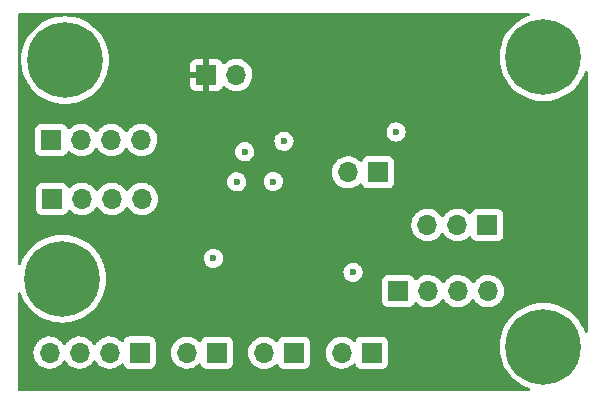
<source format=gbr>
%TF.GenerationSoftware,KiCad,Pcbnew,(6.0.0)*%
%TF.CreationDate,2022-03-17T17:23:03-06:00*%
%TF.ProjectId,FPAA_Starter_Board,46504141-5f53-4746-9172-7465725f426f,rev?*%
%TF.SameCoordinates,Original*%
%TF.FileFunction,Copper,L4,Bot*%
%TF.FilePolarity,Positive*%
%FSLAX46Y46*%
G04 Gerber Fmt 4.6, Leading zero omitted, Abs format (unit mm)*
G04 Created by KiCad (PCBNEW (6.0.0)) date 2022-03-17 17:23:03*
%MOMM*%
%LPD*%
G01*
G04 APERTURE LIST*
%TA.AperFunction,ComponentPad*%
%ADD10R,1.700000X1.700000*%
%TD*%
%TA.AperFunction,ComponentPad*%
%ADD11O,1.700000X1.700000*%
%TD*%
%TA.AperFunction,ComponentPad*%
%ADD12C,0.800000*%
%TD*%
%TA.AperFunction,ComponentPad*%
%ADD13C,6.400000*%
%TD*%
%TA.AperFunction,ViaPad*%
%ADD14C,0.600000*%
%TD*%
G04 APERTURE END LIST*
D10*
%TO.P,J10,1,Pin_1*%
%TO.N,Net-(C11-Pad1)*%
X132500000Y-102750000D03*
D11*
%TO.P,J10,2,Pin_2*%
%TO.N,/ACLK*%
X129960000Y-102750000D03*
%TD*%
D12*
%TO.P,H3,1,1*%
%TO.N,unconnected-(H3-Pad1)*%
X148197056Y-91302944D03*
X144802944Y-94697056D03*
D13*
X146500000Y-93000000D03*
D12*
X144802944Y-91302944D03*
X146500000Y-90600000D03*
X148197056Y-94697056D03*
X144100000Y-93000000D03*
X148900000Y-93000000D03*
X146500000Y-95400000D03*
%TD*%
D10*
%TO.P,J4,1,Pin_1*%
%TO.N,/I2P*%
X104880000Y-105000000D03*
D11*
%TO.P,J4,2,Pin_2*%
%TO.N,/I2N*%
X107420000Y-105000000D03*
%TO.P,J4,3,Pin_3*%
%TO.N,/O2N*%
X109960000Y-105000000D03*
%TO.P,J4,4,Pin_4*%
%TO.N,/O2P*%
X112500000Y-105000000D03*
%TD*%
D12*
%TO.P,H2,1,1*%
%TO.N,unconnected-(H2-Pad1)*%
X103600000Y-93250000D03*
X104302944Y-94947056D03*
X106000000Y-95650000D03*
X107697056Y-91552944D03*
X107697056Y-94947056D03*
X106000000Y-90850000D03*
D13*
X106000000Y-93250000D03*
D12*
X104302944Y-91552944D03*
X108400000Y-93250000D03*
%TD*%
D10*
%TO.P,J5,1,Pin_1*%
%TO.N,/IO5N*%
X118860000Y-118010000D03*
D11*
%TO.P,J5,2,Pin_2*%
%TO.N,/IO5P*%
X116320000Y-118010000D03*
%TD*%
D10*
%TO.P,J1,1,Pin_1*%
%TO.N,GND*%
X117960000Y-94500000D03*
D11*
%TO.P,J1,2,Pin_2*%
%TO.N,+3V3*%
X120500000Y-94500000D03*
%TD*%
D12*
%TO.P,H4,1,1*%
%TO.N,unconnected-(H4-Pad1)*%
X148900000Y-117500000D03*
X146500000Y-115100000D03*
D13*
X146500000Y-117500000D03*
D12*
X144802944Y-119197056D03*
X146500000Y-119900000D03*
X144802944Y-115802944D03*
X148197056Y-115802944D03*
X144100000Y-117500000D03*
X148197056Y-119197056D03*
%TD*%
D10*
%TO.P,J9,1,Pin_1*%
%TO.N,/IO7N*%
X131950000Y-118010000D03*
D11*
%TO.P,J9,2,Pin_2*%
%TO.N,/IO7P*%
X129410000Y-118010000D03*
%TD*%
D10*
%TO.P,J7,1,Pin_1*%
%TO.N,/O3P*%
X112300000Y-118000000D03*
D11*
%TO.P,J7,2,Pin_2*%
%TO.N,/O3N*%
X109760000Y-118000000D03*
%TO.P,J7,3,Pin_3*%
%TO.N,/I3N*%
X107220000Y-118000000D03*
%TO.P,J7,4,Pin_4*%
%TO.N,/I3P*%
X104680000Y-118000000D03*
%TD*%
D10*
%TO.P,J2,1,Pin_1*%
%TO.N,/SELb*%
X141750000Y-107200000D03*
D11*
%TO.P,J2,2,Pin_2*%
%TO.N,/SCLK*%
X139210000Y-107200000D03*
%TO.P,J2,3,Pin_3*%
%TO.N,/MOSI*%
X136670000Y-107200000D03*
%TD*%
D10*
%TO.P,J8,1,Pin_1*%
%TO.N,/I4P*%
X134200000Y-112800000D03*
D11*
%TO.P,J8,2,Pin_2*%
%TO.N,/I4N*%
X136740000Y-112800000D03*
%TO.P,J8,3,Pin_3*%
%TO.N,/O4N*%
X139280000Y-112800000D03*
%TO.P,J8,4,Pin_4*%
%TO.N,/O4P*%
X141820000Y-112800000D03*
%TD*%
D13*
%TO.P,H1,1,1*%
%TO.N,unconnected-(H1-Pad1)*%
X105750000Y-111750000D03*
D12*
X105750000Y-114150000D03*
X104052944Y-110052944D03*
X107447056Y-113447056D03*
X103350000Y-111750000D03*
X105750000Y-109350000D03*
X108150000Y-111750000D03*
X107447056Y-110052944D03*
X104052944Y-113447056D03*
%TD*%
D10*
%TO.P,J6,1,Pin_1*%
%TO.N,/IO6N*%
X125390000Y-118020000D03*
D11*
%TO.P,J6,2,Pin_2*%
%TO.N,/IO6P*%
X122850000Y-118020000D03*
%TD*%
D10*
%TO.P,J3,1,Pin_1*%
%TO.N,/O1P*%
X104830000Y-100000000D03*
D11*
%TO.P,J3,2,Pin_2*%
%TO.N,/O1N*%
X107370000Y-100000000D03*
%TO.P,J3,3,Pin_3*%
%TO.N,/I1N*%
X109910000Y-100000000D03*
%TO.P,J3,4,Pin_4*%
%TO.N,/I1P*%
X112450000Y-100000000D03*
%TD*%
D14*
%TO.N,GND*%
X125275000Y-107525000D03*
X125260000Y-106035000D03*
X116275000Y-109710000D03*
X129575000Y-113525000D03*
X116240000Y-112800000D03*
X134025000Y-96200000D03*
X124050000Y-105775000D03*
X131925000Y-109625000D03*
X130875000Y-96200000D03*
X130875000Y-97150000D03*
X127225000Y-96425000D03*
X126860000Y-100910000D03*
X134025000Y-97050000D03*
X130600000Y-106525000D03*
X131900000Y-108100000D03*
X120825000Y-107525000D03*
X137700000Y-96425000D03*
X126860000Y-102460000D03*
X128050000Y-112575000D03*
%TO.N,+3V3*%
X130375000Y-111200000D03*
X121200000Y-101000000D03*
X124525000Y-100100000D03*
X134025000Y-99325000D03*
X118560000Y-110030000D03*
X120525000Y-103550000D03*
%TO.N,/MOSI*%
X123620000Y-103520000D03*
%TD*%
%TA.AperFunction,Conductor*%
%TO.N,GND*%
G36*
X145288228Y-89278002D02*
G01*
X145334721Y-89331658D01*
X145344825Y-89401932D01*
X145315331Y-89466512D01*
X145265261Y-89501631D01*
X145174206Y-89536584D01*
X144989547Y-89607468D01*
X144986607Y-89608966D01*
X144646147Y-89782439D01*
X144646140Y-89782443D01*
X144643206Y-89783938D01*
X144317207Y-89995643D01*
X144015124Y-90240266D01*
X143740266Y-90515124D01*
X143495643Y-90817207D01*
X143283938Y-91143206D01*
X143107468Y-91489547D01*
X142968167Y-91852438D01*
X142867562Y-92227901D01*
X142867046Y-92231162D01*
X142827966Y-92477901D01*
X142806754Y-92611824D01*
X142786411Y-93000000D01*
X142806754Y-93388176D01*
X142807267Y-93391416D01*
X142807268Y-93391424D01*
X142825553Y-93506870D01*
X142867562Y-93772099D01*
X142968167Y-94147562D01*
X143107468Y-94510453D01*
X143108966Y-94513393D01*
X143248921Y-94788069D01*
X143283938Y-94856794D01*
X143285734Y-94859560D01*
X143285736Y-94859563D01*
X143381127Y-95006453D01*
X143495643Y-95182793D01*
X143511259Y-95202077D01*
X143731409Y-95473938D01*
X143740266Y-95484876D01*
X144015124Y-95759734D01*
X144017682Y-95761806D01*
X144017686Y-95761809D01*
X144124713Y-95848478D01*
X144317207Y-96004357D01*
X144643205Y-96216062D01*
X144646139Y-96217557D01*
X144646146Y-96217561D01*
X144986607Y-96391034D01*
X144989547Y-96392532D01*
X145352438Y-96531833D01*
X145727901Y-96632438D01*
X145931793Y-96664732D01*
X146108576Y-96692732D01*
X146108584Y-96692733D01*
X146111824Y-96693246D01*
X146500000Y-96713589D01*
X146888176Y-96693246D01*
X146891416Y-96692733D01*
X146891424Y-96692732D01*
X147068207Y-96664732D01*
X147272099Y-96632438D01*
X147647562Y-96531833D01*
X148010453Y-96392532D01*
X148013393Y-96391034D01*
X148353854Y-96217561D01*
X148353861Y-96217557D01*
X148356795Y-96216062D01*
X148682793Y-96004357D01*
X148875287Y-95848478D01*
X148982314Y-95761809D01*
X148982318Y-95761806D01*
X148984876Y-95759734D01*
X149259734Y-95484876D01*
X149268592Y-95473938D01*
X149488741Y-95202077D01*
X149504357Y-95182793D01*
X149618873Y-95006453D01*
X149714264Y-94859563D01*
X149714266Y-94859560D01*
X149716062Y-94856794D01*
X149751080Y-94788069D01*
X149891034Y-94513393D01*
X149892532Y-94510453D01*
X149998369Y-94234739D01*
X150041455Y-94178310D01*
X150108208Y-94154134D01*
X150177436Y-94169885D01*
X150227157Y-94220563D01*
X150242000Y-94279893D01*
X150242000Y-116220107D01*
X150221998Y-116288228D01*
X150168342Y-116334721D01*
X150098068Y-116344825D01*
X150033488Y-116315331D01*
X149998369Y-116265261D01*
X149893716Y-115992632D01*
X149892532Y-115989547D01*
X149716062Y-115643206D01*
X149585874Y-115442732D01*
X149506152Y-115319971D01*
X149506152Y-115319970D01*
X149504357Y-115317207D01*
X149259734Y-115015124D01*
X148984876Y-114740266D01*
X148682793Y-114495643D01*
X148356795Y-114283938D01*
X148353861Y-114282443D01*
X148353854Y-114282439D01*
X148013393Y-114108966D01*
X148010453Y-114107468D01*
X147660603Y-113973173D01*
X147650652Y-113969353D01*
X147650650Y-113969352D01*
X147647562Y-113968167D01*
X147272099Y-113867562D01*
X147068207Y-113835268D01*
X146891424Y-113807268D01*
X146891416Y-113807267D01*
X146888176Y-113806754D01*
X146500000Y-113786411D01*
X146111824Y-113806754D01*
X146108584Y-113807267D01*
X146108576Y-113807268D01*
X145931793Y-113835268D01*
X145727901Y-113867562D01*
X145352438Y-113968167D01*
X145349350Y-113969352D01*
X145349348Y-113969353D01*
X145339397Y-113973173D01*
X144989547Y-114107468D01*
X144986607Y-114108966D01*
X144646147Y-114282439D01*
X144646140Y-114282443D01*
X144643206Y-114283938D01*
X144317207Y-114495643D01*
X144015124Y-114740266D01*
X143740266Y-115015124D01*
X143495643Y-115317207D01*
X143493848Y-115319970D01*
X143493848Y-115319971D01*
X143414127Y-115442732D01*
X143283938Y-115643206D01*
X143107468Y-115989547D01*
X142968167Y-116352438D01*
X142867562Y-116727901D01*
X142836614Y-116923295D01*
X142807334Y-117108163D01*
X142806754Y-117111824D01*
X142786411Y-117500000D01*
X142806754Y-117888176D01*
X142807267Y-117891416D01*
X142807268Y-117891424D01*
X142835268Y-118068207D01*
X142867562Y-118272099D01*
X142968167Y-118647562D01*
X142969352Y-118650650D01*
X142969353Y-118650652D01*
X142976736Y-118669885D01*
X143107468Y-119010453D01*
X143108966Y-119013393D01*
X143282391Y-119353757D01*
X143283938Y-119356794D01*
X143285734Y-119359560D01*
X143285736Y-119359563D01*
X143294201Y-119372598D01*
X143495643Y-119682793D01*
X143740266Y-119984876D01*
X144015124Y-120259734D01*
X144317207Y-120504357D01*
X144643205Y-120716062D01*
X144646139Y-120717557D01*
X144646146Y-120717561D01*
X144986607Y-120891034D01*
X144989547Y-120892532D01*
X145150238Y-120954216D01*
X145265261Y-120998369D01*
X145321690Y-121041455D01*
X145345866Y-121108208D01*
X145330115Y-121177436D01*
X145279437Y-121227157D01*
X145220107Y-121242000D01*
X102134000Y-121242000D01*
X102065879Y-121221998D01*
X102019386Y-121168342D01*
X102008000Y-121116000D01*
X102008000Y-117966695D01*
X103317251Y-117966695D01*
X103317548Y-117971848D01*
X103317548Y-117971851D01*
X103318108Y-117981562D01*
X103330110Y-118189715D01*
X103331247Y-118194761D01*
X103331248Y-118194767D01*
X103347941Y-118268838D01*
X103379222Y-118407639D01*
X103463266Y-118614616D01*
X103500685Y-118675678D01*
X103577291Y-118800688D01*
X103579987Y-118805088D01*
X103726250Y-118973938D01*
X103898126Y-119116632D01*
X104091000Y-119229338D01*
X104095825Y-119231180D01*
X104095826Y-119231181D01*
X104143375Y-119249338D01*
X104299692Y-119309030D01*
X104304760Y-119310061D01*
X104304763Y-119310062D01*
X104403067Y-119330062D01*
X104518597Y-119353567D01*
X104523772Y-119353757D01*
X104523774Y-119353757D01*
X104736673Y-119361564D01*
X104736677Y-119361564D01*
X104741837Y-119361753D01*
X104746957Y-119361097D01*
X104746959Y-119361097D01*
X104958288Y-119334025D01*
X104958289Y-119334025D01*
X104963416Y-119333368D01*
X104968366Y-119331883D01*
X105172429Y-119270661D01*
X105172434Y-119270659D01*
X105177384Y-119269174D01*
X105377994Y-119170896D01*
X105559860Y-119041173D01*
X105718096Y-118883489D01*
X105777594Y-118800689D01*
X105848453Y-118702077D01*
X105849776Y-118703028D01*
X105896645Y-118659857D01*
X105966580Y-118647625D01*
X106032026Y-118675144D01*
X106059875Y-118706994D01*
X106119987Y-118805088D01*
X106266250Y-118973938D01*
X106438126Y-119116632D01*
X106631000Y-119229338D01*
X106635825Y-119231180D01*
X106635826Y-119231181D01*
X106683375Y-119249338D01*
X106839692Y-119309030D01*
X106844760Y-119310061D01*
X106844763Y-119310062D01*
X106943067Y-119330062D01*
X107058597Y-119353567D01*
X107063772Y-119353757D01*
X107063774Y-119353757D01*
X107276673Y-119361564D01*
X107276677Y-119361564D01*
X107281837Y-119361753D01*
X107286957Y-119361097D01*
X107286959Y-119361097D01*
X107498288Y-119334025D01*
X107498289Y-119334025D01*
X107503416Y-119333368D01*
X107508366Y-119331883D01*
X107712429Y-119270661D01*
X107712434Y-119270659D01*
X107717384Y-119269174D01*
X107917994Y-119170896D01*
X108099860Y-119041173D01*
X108258096Y-118883489D01*
X108317594Y-118800689D01*
X108388453Y-118702077D01*
X108389776Y-118703028D01*
X108436645Y-118659857D01*
X108506580Y-118647625D01*
X108572026Y-118675144D01*
X108599875Y-118706994D01*
X108659987Y-118805088D01*
X108806250Y-118973938D01*
X108978126Y-119116632D01*
X109171000Y-119229338D01*
X109175825Y-119231180D01*
X109175826Y-119231181D01*
X109223375Y-119249338D01*
X109379692Y-119309030D01*
X109384760Y-119310061D01*
X109384763Y-119310062D01*
X109483067Y-119330062D01*
X109598597Y-119353567D01*
X109603772Y-119353757D01*
X109603774Y-119353757D01*
X109816673Y-119361564D01*
X109816677Y-119361564D01*
X109821837Y-119361753D01*
X109826957Y-119361097D01*
X109826959Y-119361097D01*
X110038288Y-119334025D01*
X110038289Y-119334025D01*
X110043416Y-119333368D01*
X110048366Y-119331883D01*
X110252429Y-119270661D01*
X110252434Y-119270659D01*
X110257384Y-119269174D01*
X110457994Y-119170896D01*
X110639860Y-119041173D01*
X110748091Y-118933319D01*
X110810462Y-118899404D01*
X110881268Y-118904592D01*
X110938030Y-118947238D01*
X110955012Y-118978341D01*
X110993283Y-119080428D01*
X110999385Y-119096705D01*
X111086739Y-119213261D01*
X111203295Y-119300615D01*
X111339684Y-119351745D01*
X111401866Y-119358500D01*
X113198134Y-119358500D01*
X113260316Y-119351745D01*
X113396705Y-119300615D01*
X113513261Y-119213261D01*
X113600615Y-119096705D01*
X113651745Y-118960316D01*
X113658500Y-118898134D01*
X113658500Y-117976695D01*
X114957251Y-117976695D01*
X114957548Y-117981848D01*
X114957548Y-117981851D01*
X114958125Y-117991851D01*
X114970110Y-118199715D01*
X114971247Y-118204761D01*
X114971248Y-118204767D01*
X114987141Y-118275288D01*
X115019222Y-118417639D01*
X115080673Y-118568976D01*
X115097262Y-118609829D01*
X115103266Y-118624616D01*
X115134557Y-118675678D01*
X115211163Y-118800688D01*
X115219987Y-118815088D01*
X115366250Y-118983938D01*
X115538126Y-119126632D01*
X115731000Y-119239338D01*
X115735825Y-119241180D01*
X115735826Y-119241181D01*
X115803164Y-119266895D01*
X115939692Y-119319030D01*
X115944760Y-119320061D01*
X115944763Y-119320062D01*
X116010165Y-119333368D01*
X116158597Y-119363567D01*
X116163772Y-119363757D01*
X116163774Y-119363757D01*
X116376673Y-119371564D01*
X116376677Y-119371564D01*
X116381837Y-119371753D01*
X116386957Y-119371097D01*
X116386959Y-119371097D01*
X116598288Y-119344025D01*
X116598289Y-119344025D01*
X116603416Y-119343368D01*
X116634558Y-119334025D01*
X116812429Y-119280661D01*
X116812434Y-119280659D01*
X116817384Y-119279174D01*
X117017994Y-119180896D01*
X117199860Y-119051173D01*
X117308091Y-118943319D01*
X117370462Y-118909404D01*
X117441268Y-118914592D01*
X117498030Y-118957238D01*
X117515012Y-118988341D01*
X117524404Y-119013393D01*
X117559385Y-119106705D01*
X117646739Y-119223261D01*
X117763295Y-119310615D01*
X117899684Y-119361745D01*
X117961866Y-119368500D01*
X119758134Y-119368500D01*
X119820316Y-119361745D01*
X119956705Y-119310615D01*
X120073261Y-119223261D01*
X120160615Y-119106705D01*
X120211745Y-118970316D01*
X120218500Y-118908134D01*
X120218500Y-117986695D01*
X121487251Y-117986695D01*
X121500110Y-118209715D01*
X121501247Y-118214761D01*
X121501248Y-118214767D01*
X121525304Y-118321508D01*
X121549222Y-118427639D01*
X121573602Y-118487680D01*
X121627262Y-118619829D01*
X121633266Y-118634616D01*
X121641238Y-118647625D01*
X121735035Y-118800688D01*
X121749987Y-118825088D01*
X121896250Y-118993938D01*
X122068126Y-119136632D01*
X122261000Y-119249338D01*
X122469692Y-119329030D01*
X122474760Y-119330061D01*
X122474763Y-119330062D01*
X122581339Y-119351745D01*
X122688597Y-119373567D01*
X122693772Y-119373757D01*
X122693774Y-119373757D01*
X122906673Y-119381564D01*
X122906677Y-119381564D01*
X122911837Y-119381753D01*
X122916957Y-119381097D01*
X122916959Y-119381097D01*
X123128288Y-119354025D01*
X123128289Y-119354025D01*
X123133416Y-119353368D01*
X123164558Y-119344025D01*
X123342429Y-119290661D01*
X123342434Y-119290659D01*
X123347384Y-119289174D01*
X123547994Y-119190896D01*
X123729860Y-119061173D01*
X123838091Y-118953319D01*
X123900462Y-118919404D01*
X123971268Y-118924592D01*
X124028030Y-118967238D01*
X124045012Y-118998341D01*
X124089385Y-119116705D01*
X124176739Y-119233261D01*
X124293295Y-119320615D01*
X124429684Y-119371745D01*
X124491866Y-119378500D01*
X126288134Y-119378500D01*
X126350316Y-119371745D01*
X126486705Y-119320615D01*
X126603261Y-119233261D01*
X126690615Y-119116705D01*
X126741745Y-118980316D01*
X126748500Y-118918134D01*
X126748500Y-117976695D01*
X128047251Y-117976695D01*
X128047548Y-117981848D01*
X128047548Y-117981851D01*
X128048125Y-117991851D01*
X128060110Y-118199715D01*
X128061247Y-118204761D01*
X128061248Y-118204767D01*
X128077141Y-118275288D01*
X128109222Y-118417639D01*
X128170673Y-118568976D01*
X128187262Y-118609829D01*
X128193266Y-118624616D01*
X128224557Y-118675678D01*
X128301163Y-118800688D01*
X128309987Y-118815088D01*
X128456250Y-118983938D01*
X128628126Y-119126632D01*
X128821000Y-119239338D01*
X128825825Y-119241180D01*
X128825826Y-119241181D01*
X128893164Y-119266895D01*
X129029692Y-119319030D01*
X129034760Y-119320061D01*
X129034763Y-119320062D01*
X129100165Y-119333368D01*
X129248597Y-119363567D01*
X129253772Y-119363757D01*
X129253774Y-119363757D01*
X129466673Y-119371564D01*
X129466677Y-119371564D01*
X129471837Y-119371753D01*
X129476957Y-119371097D01*
X129476959Y-119371097D01*
X129688288Y-119344025D01*
X129688289Y-119344025D01*
X129693416Y-119343368D01*
X129724558Y-119334025D01*
X129902429Y-119280661D01*
X129902434Y-119280659D01*
X129907384Y-119279174D01*
X130107994Y-119180896D01*
X130289860Y-119051173D01*
X130398091Y-118943319D01*
X130460462Y-118909404D01*
X130531268Y-118914592D01*
X130588030Y-118957238D01*
X130605012Y-118988341D01*
X130614404Y-119013393D01*
X130649385Y-119106705D01*
X130736739Y-119223261D01*
X130853295Y-119310615D01*
X130989684Y-119361745D01*
X131051866Y-119368500D01*
X132848134Y-119368500D01*
X132910316Y-119361745D01*
X133046705Y-119310615D01*
X133163261Y-119223261D01*
X133250615Y-119106705D01*
X133301745Y-118970316D01*
X133308500Y-118908134D01*
X133308500Y-117111866D01*
X133301745Y-117049684D01*
X133250615Y-116913295D01*
X133163261Y-116796739D01*
X133046705Y-116709385D01*
X132910316Y-116658255D01*
X132848134Y-116651500D01*
X131051866Y-116651500D01*
X130989684Y-116658255D01*
X130853295Y-116709385D01*
X130736739Y-116796739D01*
X130649385Y-116913295D01*
X130646233Y-116921703D01*
X130604919Y-117031907D01*
X130562277Y-117088671D01*
X130495716Y-117113371D01*
X130426367Y-117098163D01*
X130393743Y-117072476D01*
X130343151Y-117016875D01*
X130343142Y-117016866D01*
X130339670Y-117013051D01*
X130335619Y-117009852D01*
X130335615Y-117009848D01*
X130168414Y-116877800D01*
X130168410Y-116877798D01*
X130164359Y-116874598D01*
X130152045Y-116867800D01*
X130109144Y-116844118D01*
X129968789Y-116766638D01*
X129963920Y-116764914D01*
X129963916Y-116764912D01*
X129763087Y-116693795D01*
X129763083Y-116693794D01*
X129758212Y-116692069D01*
X129753119Y-116691162D01*
X129753116Y-116691161D01*
X129543373Y-116653800D01*
X129543367Y-116653799D01*
X129538284Y-116652894D01*
X129464452Y-116651992D01*
X129320081Y-116650228D01*
X129320079Y-116650228D01*
X129314911Y-116650165D01*
X129094091Y-116683955D01*
X128881756Y-116753357D01*
X128683607Y-116856507D01*
X128679474Y-116859610D01*
X128679471Y-116859612D01*
X128513305Y-116984373D01*
X128504965Y-116990635D01*
X128477048Y-117019848D01*
X128392653Y-117108163D01*
X128350629Y-117152138D01*
X128347715Y-117156410D01*
X128347714Y-117156411D01*
X128339620Y-117168277D01*
X128224743Y-117336680D01*
X128177715Y-117437993D01*
X128133013Y-117534297D01*
X128130688Y-117539305D01*
X128070989Y-117754570D01*
X128047251Y-117976695D01*
X126748500Y-117976695D01*
X126748500Y-117121866D01*
X126741745Y-117059684D01*
X126690615Y-116923295D01*
X126603261Y-116806739D01*
X126486705Y-116719385D01*
X126350316Y-116668255D01*
X126288134Y-116661500D01*
X124491866Y-116661500D01*
X124429684Y-116668255D01*
X124293295Y-116719385D01*
X124176739Y-116806739D01*
X124089385Y-116923295D01*
X124086233Y-116931703D01*
X124044919Y-117041907D01*
X124002277Y-117098671D01*
X123935716Y-117123371D01*
X123866367Y-117108163D01*
X123833743Y-117082476D01*
X123783151Y-117026875D01*
X123783142Y-117026866D01*
X123779670Y-117023051D01*
X123775619Y-117019852D01*
X123775615Y-117019848D01*
X123608414Y-116887800D01*
X123608410Y-116887798D01*
X123604359Y-116884598D01*
X123592045Y-116877800D01*
X123531029Y-116844118D01*
X123408789Y-116776638D01*
X123403920Y-116774914D01*
X123403916Y-116774912D01*
X123203087Y-116703795D01*
X123203083Y-116703794D01*
X123198212Y-116702069D01*
X123193119Y-116701162D01*
X123193116Y-116701161D01*
X122983373Y-116663800D01*
X122983367Y-116663799D01*
X122978284Y-116662894D01*
X122904452Y-116661992D01*
X122760081Y-116660228D01*
X122760079Y-116660228D01*
X122754911Y-116660165D01*
X122534091Y-116693955D01*
X122321756Y-116763357D01*
X122276840Y-116786739D01*
X122162027Y-116846507D01*
X122123607Y-116866507D01*
X122119474Y-116869610D01*
X122119471Y-116869612D01*
X121953305Y-116994373D01*
X121944965Y-117000635D01*
X121898093Y-117049684D01*
X121813313Y-117138401D01*
X121790629Y-117162138D01*
X121664743Y-117346680D01*
X121662564Y-117351375D01*
X121573013Y-117544297D01*
X121570688Y-117549305D01*
X121510989Y-117764570D01*
X121487251Y-117986695D01*
X120218500Y-117986695D01*
X120218500Y-117111866D01*
X120211745Y-117049684D01*
X120160615Y-116913295D01*
X120073261Y-116796739D01*
X119956705Y-116709385D01*
X119820316Y-116658255D01*
X119758134Y-116651500D01*
X117961866Y-116651500D01*
X117899684Y-116658255D01*
X117763295Y-116709385D01*
X117646739Y-116796739D01*
X117559385Y-116913295D01*
X117556233Y-116921703D01*
X117514919Y-117031907D01*
X117472277Y-117088671D01*
X117405716Y-117113371D01*
X117336367Y-117098163D01*
X117303743Y-117072476D01*
X117253151Y-117016875D01*
X117253142Y-117016866D01*
X117249670Y-117013051D01*
X117245619Y-117009852D01*
X117245615Y-117009848D01*
X117078414Y-116877800D01*
X117078410Y-116877798D01*
X117074359Y-116874598D01*
X117062045Y-116867800D01*
X117019144Y-116844118D01*
X116878789Y-116766638D01*
X116873920Y-116764914D01*
X116873916Y-116764912D01*
X116673087Y-116693795D01*
X116673083Y-116693794D01*
X116668212Y-116692069D01*
X116663119Y-116691162D01*
X116663116Y-116691161D01*
X116453373Y-116653800D01*
X116453367Y-116653799D01*
X116448284Y-116652894D01*
X116374452Y-116651992D01*
X116230081Y-116650228D01*
X116230079Y-116650228D01*
X116224911Y-116650165D01*
X116004091Y-116683955D01*
X115791756Y-116753357D01*
X115593607Y-116856507D01*
X115589474Y-116859610D01*
X115589471Y-116859612D01*
X115423305Y-116984373D01*
X115414965Y-116990635D01*
X115387048Y-117019848D01*
X115302653Y-117108163D01*
X115260629Y-117152138D01*
X115257715Y-117156410D01*
X115257714Y-117156411D01*
X115249620Y-117168277D01*
X115134743Y-117336680D01*
X115087715Y-117437993D01*
X115043013Y-117534297D01*
X115040688Y-117539305D01*
X114980989Y-117754570D01*
X114957251Y-117976695D01*
X113658500Y-117976695D01*
X113658500Y-117101866D01*
X113651745Y-117039684D01*
X113600615Y-116903295D01*
X113513261Y-116786739D01*
X113396705Y-116699385D01*
X113260316Y-116648255D01*
X113198134Y-116641500D01*
X111401866Y-116641500D01*
X111339684Y-116648255D01*
X111203295Y-116699385D01*
X111086739Y-116786739D01*
X110999385Y-116903295D01*
X110996233Y-116911703D01*
X110954919Y-117021907D01*
X110912277Y-117078671D01*
X110845716Y-117103371D01*
X110776367Y-117088163D01*
X110743743Y-117062476D01*
X110693151Y-117006875D01*
X110693142Y-117006866D01*
X110689670Y-117003051D01*
X110685619Y-116999852D01*
X110685615Y-116999848D01*
X110518414Y-116867800D01*
X110518410Y-116867798D01*
X110514359Y-116864598D01*
X110495375Y-116854118D01*
X110409547Y-116806739D01*
X110318789Y-116756638D01*
X110313920Y-116754914D01*
X110313916Y-116754912D01*
X110113087Y-116683795D01*
X110113083Y-116683794D01*
X110108212Y-116682069D01*
X110103119Y-116681162D01*
X110103116Y-116681161D01*
X109893373Y-116643800D01*
X109893367Y-116643799D01*
X109888284Y-116642894D01*
X109814452Y-116641992D01*
X109670081Y-116640228D01*
X109670079Y-116640228D01*
X109664911Y-116640165D01*
X109444091Y-116673955D01*
X109231756Y-116743357D01*
X109033607Y-116846507D01*
X109029474Y-116849610D01*
X109029471Y-116849612D01*
X108920136Y-116931703D01*
X108854965Y-116980635D01*
X108827048Y-117009848D01*
X108742653Y-117098163D01*
X108700629Y-117142138D01*
X108593201Y-117299621D01*
X108538293Y-117344621D01*
X108467768Y-117352792D01*
X108404021Y-117321538D01*
X108383324Y-117297054D01*
X108302822Y-117172617D01*
X108302820Y-117172614D01*
X108300014Y-117168277D01*
X108149670Y-117003051D01*
X108145619Y-116999852D01*
X108145615Y-116999848D01*
X107978414Y-116867800D01*
X107978410Y-116867798D01*
X107974359Y-116864598D01*
X107955375Y-116854118D01*
X107869547Y-116806739D01*
X107778789Y-116756638D01*
X107773920Y-116754914D01*
X107773916Y-116754912D01*
X107573087Y-116683795D01*
X107573083Y-116683794D01*
X107568212Y-116682069D01*
X107563119Y-116681162D01*
X107563116Y-116681161D01*
X107353373Y-116643800D01*
X107353367Y-116643799D01*
X107348284Y-116642894D01*
X107274452Y-116641992D01*
X107130081Y-116640228D01*
X107130079Y-116640228D01*
X107124911Y-116640165D01*
X106904091Y-116673955D01*
X106691756Y-116743357D01*
X106493607Y-116846507D01*
X106489474Y-116849610D01*
X106489471Y-116849612D01*
X106380136Y-116931703D01*
X106314965Y-116980635D01*
X106287048Y-117009848D01*
X106202653Y-117098163D01*
X106160629Y-117142138D01*
X106053201Y-117299621D01*
X105998293Y-117344621D01*
X105927768Y-117352792D01*
X105864021Y-117321538D01*
X105843324Y-117297054D01*
X105762822Y-117172617D01*
X105762820Y-117172614D01*
X105760014Y-117168277D01*
X105609670Y-117003051D01*
X105605619Y-116999852D01*
X105605615Y-116999848D01*
X105438414Y-116867800D01*
X105438410Y-116867798D01*
X105434359Y-116864598D01*
X105415375Y-116854118D01*
X105329547Y-116806739D01*
X105238789Y-116756638D01*
X105233920Y-116754914D01*
X105233916Y-116754912D01*
X105033087Y-116683795D01*
X105033083Y-116683794D01*
X105028212Y-116682069D01*
X105023119Y-116681162D01*
X105023116Y-116681161D01*
X104813373Y-116643800D01*
X104813367Y-116643799D01*
X104808284Y-116642894D01*
X104734452Y-116641992D01*
X104590081Y-116640228D01*
X104590079Y-116640228D01*
X104584911Y-116640165D01*
X104364091Y-116673955D01*
X104151756Y-116743357D01*
X103953607Y-116846507D01*
X103949474Y-116849610D01*
X103949471Y-116849612D01*
X103840136Y-116931703D01*
X103774965Y-116980635D01*
X103747048Y-117009848D01*
X103662653Y-117098163D01*
X103620629Y-117142138D01*
X103617720Y-117146403D01*
X103617714Y-117146411D01*
X103609535Y-117158401D01*
X103494743Y-117326680D01*
X103447716Y-117427992D01*
X103412759Y-117503301D01*
X103400688Y-117529305D01*
X103340989Y-117744570D01*
X103317251Y-117966695D01*
X102008000Y-117966695D01*
X102008000Y-113029893D01*
X102028002Y-112961772D01*
X102081658Y-112915279D01*
X102151932Y-112905175D01*
X102216512Y-112934669D01*
X102251631Y-112984739D01*
X102357468Y-113260453D01*
X102358966Y-113263393D01*
X102530827Y-113600688D01*
X102533938Y-113606794D01*
X102535734Y-113609560D01*
X102535736Y-113609563D01*
X102702947Y-113867046D01*
X102745643Y-113932793D01*
X102821713Y-114026731D01*
X102922948Y-114151745D01*
X102990266Y-114234876D01*
X103265124Y-114509734D01*
X103567207Y-114754357D01*
X103893205Y-114966062D01*
X103896139Y-114967557D01*
X103896146Y-114967561D01*
X104236607Y-115141034D01*
X104239547Y-115142532D01*
X104602438Y-115281833D01*
X104977901Y-115382438D01*
X105181793Y-115414732D01*
X105358576Y-115442732D01*
X105358584Y-115442733D01*
X105361824Y-115443246D01*
X105750000Y-115463589D01*
X106138176Y-115443246D01*
X106141416Y-115442733D01*
X106141424Y-115442732D01*
X106318207Y-115414732D01*
X106522099Y-115382438D01*
X106897562Y-115281833D01*
X107260453Y-115142532D01*
X107263393Y-115141034D01*
X107603854Y-114967561D01*
X107603861Y-114967557D01*
X107606795Y-114966062D01*
X107932793Y-114754357D01*
X108234876Y-114509734D01*
X108509734Y-114234876D01*
X108577053Y-114151745D01*
X108678287Y-114026731D01*
X108754357Y-113932793D01*
X108797053Y-113867046D01*
X108906745Y-113698134D01*
X132841500Y-113698134D01*
X132848255Y-113760316D01*
X132899385Y-113896705D01*
X132986739Y-114013261D01*
X133103295Y-114100615D01*
X133239684Y-114151745D01*
X133301866Y-114158500D01*
X135098134Y-114158500D01*
X135160316Y-114151745D01*
X135296705Y-114100615D01*
X135413261Y-114013261D01*
X135500615Y-113896705D01*
X135522799Y-113837529D01*
X135544598Y-113779382D01*
X135587240Y-113722618D01*
X135653802Y-113697918D01*
X135723150Y-113713126D01*
X135757817Y-113741114D01*
X135786250Y-113773938D01*
X135958126Y-113916632D01*
X136151000Y-114029338D01*
X136359692Y-114109030D01*
X136364760Y-114110061D01*
X136364763Y-114110062D01*
X136472017Y-114131883D01*
X136578597Y-114153567D01*
X136583772Y-114153757D01*
X136583774Y-114153757D01*
X136796673Y-114161564D01*
X136796677Y-114161564D01*
X136801837Y-114161753D01*
X136806957Y-114161097D01*
X136806959Y-114161097D01*
X137018288Y-114134025D01*
X137018289Y-114134025D01*
X137023416Y-114133368D01*
X137028366Y-114131883D01*
X137232429Y-114070661D01*
X137232434Y-114070659D01*
X137237384Y-114069174D01*
X137437994Y-113970896D01*
X137619860Y-113841173D01*
X137654400Y-113806754D01*
X137763616Y-113697918D01*
X137778096Y-113683489D01*
X137908453Y-113502077D01*
X137909776Y-113503028D01*
X137956645Y-113459857D01*
X138026580Y-113447625D01*
X138092026Y-113475144D01*
X138119875Y-113506994D01*
X138179987Y-113605088D01*
X138326250Y-113773938D01*
X138498126Y-113916632D01*
X138691000Y-114029338D01*
X138899692Y-114109030D01*
X138904760Y-114110061D01*
X138904763Y-114110062D01*
X139012017Y-114131883D01*
X139118597Y-114153567D01*
X139123772Y-114153757D01*
X139123774Y-114153757D01*
X139336673Y-114161564D01*
X139336677Y-114161564D01*
X139341837Y-114161753D01*
X139346957Y-114161097D01*
X139346959Y-114161097D01*
X139558288Y-114134025D01*
X139558289Y-114134025D01*
X139563416Y-114133368D01*
X139568366Y-114131883D01*
X139772429Y-114070661D01*
X139772434Y-114070659D01*
X139777384Y-114069174D01*
X139977994Y-113970896D01*
X140159860Y-113841173D01*
X140194400Y-113806754D01*
X140303616Y-113697918D01*
X140318096Y-113683489D01*
X140448453Y-113502077D01*
X140449776Y-113503028D01*
X140496645Y-113459857D01*
X140566580Y-113447625D01*
X140632026Y-113475144D01*
X140659875Y-113506994D01*
X140719987Y-113605088D01*
X140866250Y-113773938D01*
X141038126Y-113916632D01*
X141231000Y-114029338D01*
X141439692Y-114109030D01*
X141444760Y-114110061D01*
X141444763Y-114110062D01*
X141552017Y-114131883D01*
X141658597Y-114153567D01*
X141663772Y-114153757D01*
X141663774Y-114153757D01*
X141876673Y-114161564D01*
X141876677Y-114161564D01*
X141881837Y-114161753D01*
X141886957Y-114161097D01*
X141886959Y-114161097D01*
X142098288Y-114134025D01*
X142098289Y-114134025D01*
X142103416Y-114133368D01*
X142108366Y-114131883D01*
X142312429Y-114070661D01*
X142312434Y-114070659D01*
X142317384Y-114069174D01*
X142517994Y-113970896D01*
X142699860Y-113841173D01*
X142734400Y-113806754D01*
X142843616Y-113697918D01*
X142858096Y-113683489D01*
X142988453Y-113502077D01*
X143009320Y-113459857D01*
X143085136Y-113306453D01*
X143085137Y-113306451D01*
X143087430Y-113301811D01*
X143152370Y-113088069D01*
X143181529Y-112866590D01*
X143183156Y-112800000D01*
X143164852Y-112577361D01*
X143110431Y-112360702D01*
X143021354Y-112155840D01*
X142919008Y-111997637D01*
X142902822Y-111972617D01*
X142902820Y-111972614D01*
X142900014Y-111968277D01*
X142749670Y-111803051D01*
X142745619Y-111799852D01*
X142745615Y-111799848D01*
X142578414Y-111667800D01*
X142578410Y-111667798D01*
X142574359Y-111664598D01*
X142378789Y-111556638D01*
X142373920Y-111554914D01*
X142373916Y-111554912D01*
X142173087Y-111483795D01*
X142173083Y-111483794D01*
X142168212Y-111482069D01*
X142163119Y-111481162D01*
X142163116Y-111481161D01*
X141953373Y-111443800D01*
X141953367Y-111443799D01*
X141948284Y-111442894D01*
X141874452Y-111441992D01*
X141730081Y-111440228D01*
X141730079Y-111440228D01*
X141724911Y-111440165D01*
X141504091Y-111473955D01*
X141291756Y-111543357D01*
X141093607Y-111646507D01*
X141089474Y-111649610D01*
X141089471Y-111649612D01*
X140919100Y-111777530D01*
X140914965Y-111780635D01*
X140911393Y-111784373D01*
X140803729Y-111897037D01*
X140760629Y-111942138D01*
X140653201Y-112099621D01*
X140598293Y-112144621D01*
X140527768Y-112152792D01*
X140464021Y-112121538D01*
X140443324Y-112097054D01*
X140362822Y-111972617D01*
X140362820Y-111972614D01*
X140360014Y-111968277D01*
X140209670Y-111803051D01*
X140205619Y-111799852D01*
X140205615Y-111799848D01*
X140038414Y-111667800D01*
X140038410Y-111667798D01*
X140034359Y-111664598D01*
X139838789Y-111556638D01*
X139833920Y-111554914D01*
X139833916Y-111554912D01*
X139633087Y-111483795D01*
X139633083Y-111483794D01*
X139628212Y-111482069D01*
X139623119Y-111481162D01*
X139623116Y-111481161D01*
X139413373Y-111443800D01*
X139413367Y-111443799D01*
X139408284Y-111442894D01*
X139334452Y-111441992D01*
X139190081Y-111440228D01*
X139190079Y-111440228D01*
X139184911Y-111440165D01*
X138964091Y-111473955D01*
X138751756Y-111543357D01*
X138553607Y-111646507D01*
X138549474Y-111649610D01*
X138549471Y-111649612D01*
X138379100Y-111777530D01*
X138374965Y-111780635D01*
X138371393Y-111784373D01*
X138263729Y-111897037D01*
X138220629Y-111942138D01*
X138113201Y-112099621D01*
X138058293Y-112144621D01*
X137987768Y-112152792D01*
X137924021Y-112121538D01*
X137903324Y-112097054D01*
X137822822Y-111972617D01*
X137822820Y-111972614D01*
X137820014Y-111968277D01*
X137669670Y-111803051D01*
X137665619Y-111799852D01*
X137665615Y-111799848D01*
X137498414Y-111667800D01*
X137498410Y-111667798D01*
X137494359Y-111664598D01*
X137298789Y-111556638D01*
X137293920Y-111554914D01*
X137293916Y-111554912D01*
X137093087Y-111483795D01*
X137093083Y-111483794D01*
X137088212Y-111482069D01*
X137083119Y-111481162D01*
X137083116Y-111481161D01*
X136873373Y-111443800D01*
X136873367Y-111443799D01*
X136868284Y-111442894D01*
X136794452Y-111441992D01*
X136650081Y-111440228D01*
X136650079Y-111440228D01*
X136644911Y-111440165D01*
X136424091Y-111473955D01*
X136211756Y-111543357D01*
X136013607Y-111646507D01*
X136009474Y-111649610D01*
X136009471Y-111649612D01*
X135839100Y-111777530D01*
X135834965Y-111780635D01*
X135778537Y-111839684D01*
X135754283Y-111865064D01*
X135692759Y-111900494D01*
X135621846Y-111897037D01*
X135564060Y-111855791D01*
X135545207Y-111822243D01*
X135503767Y-111711703D01*
X135500615Y-111703295D01*
X135413261Y-111586739D01*
X135296705Y-111499385D01*
X135160316Y-111448255D01*
X135098134Y-111441500D01*
X133301866Y-111441500D01*
X133239684Y-111448255D01*
X133103295Y-111499385D01*
X132986739Y-111586739D01*
X132899385Y-111703295D01*
X132848255Y-111839684D01*
X132841500Y-111901866D01*
X132841500Y-113698134D01*
X108906745Y-113698134D01*
X108964264Y-113609563D01*
X108964266Y-113609560D01*
X108966062Y-113606794D01*
X108969174Y-113600688D01*
X109141034Y-113263393D01*
X109142532Y-113260453D01*
X109281833Y-112897562D01*
X109382438Y-112522099D01*
X109439696Y-112160590D01*
X109442732Y-112141424D01*
X109442733Y-112141416D01*
X109443246Y-112138176D01*
X109463589Y-111750000D01*
X109443246Y-111361824D01*
X109421214Y-111222717D01*
X109415817Y-111188640D01*
X129561463Y-111188640D01*
X129579163Y-111369160D01*
X129636418Y-111541273D01*
X129640065Y-111547295D01*
X129640066Y-111547297D01*
X129713045Y-111667800D01*
X129730380Y-111696424D01*
X129856382Y-111826902D01*
X129862278Y-111830760D01*
X129963560Y-111897037D01*
X130008159Y-111926222D01*
X130014763Y-111928678D01*
X130014765Y-111928679D01*
X130171558Y-111986990D01*
X130171560Y-111986990D01*
X130178168Y-111989448D01*
X130261995Y-112000633D01*
X130350980Y-112012507D01*
X130350984Y-112012507D01*
X130357961Y-112013438D01*
X130364972Y-112012800D01*
X130364976Y-112012800D01*
X130507459Y-111999832D01*
X130538600Y-111996998D01*
X130545302Y-111994820D01*
X130545304Y-111994820D01*
X130704409Y-111943124D01*
X130704412Y-111943123D01*
X130711108Y-111940947D01*
X130838403Y-111865064D01*
X130860860Y-111851677D01*
X130860862Y-111851676D01*
X130866912Y-111848069D01*
X130998266Y-111722982D01*
X131098643Y-111571902D01*
X131147673Y-111442831D01*
X131160555Y-111408920D01*
X131160556Y-111408918D01*
X131163055Y-111402338D01*
X131164035Y-111395366D01*
X131187748Y-111226639D01*
X131187748Y-111226636D01*
X131188299Y-111222717D01*
X131188616Y-111200000D01*
X131168397Y-111019745D01*
X131166080Y-111013091D01*
X131111064Y-110855106D01*
X131111062Y-110855103D01*
X131108745Y-110848448D01*
X131061678Y-110773124D01*
X131016359Y-110700598D01*
X131012626Y-110694624D01*
X130991362Y-110673211D01*
X130889778Y-110570915D01*
X130889774Y-110570912D01*
X130884815Y-110565918D01*
X130873697Y-110558862D01*
X130804992Y-110515261D01*
X130731666Y-110468727D01*
X130702463Y-110458328D01*
X130567425Y-110410243D01*
X130567420Y-110410242D01*
X130560790Y-110407881D01*
X130553802Y-110407048D01*
X130553799Y-110407047D01*
X130430698Y-110392368D01*
X130380680Y-110386404D01*
X130373677Y-110387140D01*
X130373676Y-110387140D01*
X130207288Y-110404628D01*
X130207286Y-110404629D01*
X130200288Y-110405364D01*
X130028579Y-110463818D01*
X130014457Y-110472506D01*
X129880095Y-110555166D01*
X129880092Y-110555168D01*
X129874088Y-110558862D01*
X129869053Y-110563793D01*
X129869050Y-110563795D01*
X129826330Y-110605630D01*
X129744493Y-110685771D01*
X129646235Y-110838238D01*
X129643826Y-110844858D01*
X129643824Y-110844861D01*
X129586606Y-111002066D01*
X129584197Y-111008685D01*
X129561463Y-111188640D01*
X109415817Y-111188640D01*
X109390174Y-111026744D01*
X109382438Y-110977901D01*
X109281833Y-110602438D01*
X109269733Y-110570915D01*
X109193097Y-110371273D01*
X109142532Y-110239547D01*
X109121954Y-110199160D01*
X109029974Y-110018640D01*
X117746463Y-110018640D01*
X117764163Y-110199160D01*
X117821418Y-110371273D01*
X117825065Y-110377295D01*
X117825066Y-110377297D01*
X117908620Y-110515261D01*
X117915380Y-110526424D01*
X117920269Y-110531487D01*
X117920270Y-110531488D01*
X117951469Y-110563795D01*
X118041382Y-110656902D01*
X118193159Y-110756222D01*
X118199763Y-110758678D01*
X118199765Y-110758679D01*
X118356558Y-110816990D01*
X118356560Y-110816990D01*
X118363168Y-110819448D01*
X118446995Y-110830633D01*
X118535980Y-110842507D01*
X118535984Y-110842507D01*
X118542961Y-110843438D01*
X118549972Y-110842800D01*
X118549976Y-110842800D01*
X118692459Y-110829832D01*
X118723600Y-110826998D01*
X118730302Y-110824820D01*
X118730304Y-110824820D01*
X118889409Y-110773124D01*
X118889412Y-110773123D01*
X118896108Y-110770947D01*
X118992513Y-110713478D01*
X119045860Y-110681677D01*
X119045862Y-110681676D01*
X119051912Y-110678069D01*
X119183266Y-110552982D01*
X119283643Y-110401902D01*
X119348055Y-110232338D01*
X119349035Y-110225366D01*
X119372748Y-110056639D01*
X119372748Y-110056636D01*
X119373299Y-110052717D01*
X119373616Y-110030000D01*
X119353397Y-109849745D01*
X119351080Y-109843091D01*
X119296064Y-109685106D01*
X119296062Y-109685103D01*
X119293745Y-109678448D01*
X119197626Y-109524624D01*
X119183941Y-109510843D01*
X119074778Y-109400915D01*
X119074774Y-109400912D01*
X119069815Y-109395918D01*
X119058697Y-109388862D01*
X119010538Y-109358300D01*
X118916666Y-109298727D01*
X118887463Y-109288328D01*
X118752425Y-109240243D01*
X118752420Y-109240242D01*
X118745790Y-109237881D01*
X118738802Y-109237048D01*
X118738799Y-109237047D01*
X118615698Y-109222368D01*
X118565680Y-109216404D01*
X118558677Y-109217140D01*
X118558676Y-109217140D01*
X118392288Y-109234628D01*
X118392286Y-109234629D01*
X118385288Y-109235364D01*
X118213579Y-109293818D01*
X118207575Y-109297512D01*
X118065095Y-109385166D01*
X118065092Y-109385168D01*
X118059088Y-109388862D01*
X118054053Y-109393793D01*
X118054050Y-109393795D01*
X117934525Y-109510843D01*
X117929493Y-109515771D01*
X117831235Y-109668238D01*
X117828826Y-109674858D01*
X117828824Y-109674861D01*
X117771606Y-109832066D01*
X117769197Y-109838685D01*
X117746463Y-110018640D01*
X109029974Y-110018640D01*
X108967561Y-109896147D01*
X108967557Y-109896140D01*
X108966062Y-109893206D01*
X108942384Y-109856744D01*
X108756152Y-109569971D01*
X108756152Y-109569970D01*
X108754357Y-109567207D01*
X108612592Y-109392143D01*
X108511809Y-109267686D01*
X108511806Y-109267682D01*
X108509734Y-109265124D01*
X108234876Y-108990266D01*
X107932793Y-108745643D01*
X107930029Y-108743848D01*
X107609564Y-108535736D01*
X107609561Y-108535734D01*
X107606795Y-108533938D01*
X107603861Y-108532443D01*
X107603854Y-108532439D01*
X107263393Y-108358966D01*
X107260453Y-108357468D01*
X106897562Y-108218167D01*
X106522099Y-108117562D01*
X106306973Y-108083489D01*
X106141424Y-108057268D01*
X106141416Y-108057267D01*
X106138176Y-108056754D01*
X105750000Y-108036411D01*
X105361824Y-108056754D01*
X105358584Y-108057267D01*
X105358576Y-108057268D01*
X105193027Y-108083489D01*
X104977901Y-108117562D01*
X104602438Y-108218167D01*
X104239547Y-108357468D01*
X104236607Y-108358966D01*
X103896147Y-108532439D01*
X103896140Y-108532443D01*
X103893206Y-108533938D01*
X103890440Y-108535734D01*
X103890437Y-108535736D01*
X103850665Y-108561564D01*
X103567207Y-108745643D01*
X103265124Y-108990266D01*
X102990266Y-109265124D01*
X102988194Y-109267682D01*
X102988191Y-109267686D01*
X102887408Y-109392143D01*
X102745643Y-109567207D01*
X102743848Y-109569970D01*
X102743848Y-109569971D01*
X102557617Y-109856744D01*
X102533938Y-109893206D01*
X102532443Y-109896140D01*
X102532439Y-109896147D01*
X102378046Y-110199160D01*
X102357468Y-110239547D01*
X102356284Y-110242632D01*
X102251631Y-110515261D01*
X102208545Y-110571690D01*
X102141792Y-110595866D01*
X102072564Y-110580115D01*
X102022843Y-110529437D01*
X102008000Y-110470107D01*
X102008000Y-107166695D01*
X135307251Y-107166695D01*
X135320110Y-107389715D01*
X135321247Y-107394761D01*
X135321248Y-107394767D01*
X135345304Y-107501508D01*
X135369222Y-107607639D01*
X135453266Y-107814616D01*
X135490685Y-107875678D01*
X135567291Y-108000688D01*
X135569987Y-108005088D01*
X135716250Y-108173938D01*
X135888126Y-108316632D01*
X136081000Y-108429338D01*
X136289692Y-108509030D01*
X136294760Y-108510061D01*
X136294763Y-108510062D01*
X136402017Y-108531883D01*
X136508597Y-108553567D01*
X136513772Y-108553757D01*
X136513774Y-108553757D01*
X136726673Y-108561564D01*
X136726677Y-108561564D01*
X136731837Y-108561753D01*
X136736957Y-108561097D01*
X136736959Y-108561097D01*
X136948288Y-108534025D01*
X136948289Y-108534025D01*
X136953416Y-108533368D01*
X136958366Y-108531883D01*
X137162429Y-108470661D01*
X137162434Y-108470659D01*
X137167384Y-108469174D01*
X137367994Y-108370896D01*
X137549860Y-108241173D01*
X137571757Y-108219353D01*
X137644124Y-108147238D01*
X137708096Y-108083489D01*
X137741801Y-108036584D01*
X137838453Y-107902077D01*
X137839776Y-107903028D01*
X137886645Y-107859857D01*
X137956580Y-107847625D01*
X138022026Y-107875144D01*
X138049875Y-107906994D01*
X138109987Y-108005088D01*
X138256250Y-108173938D01*
X138428126Y-108316632D01*
X138621000Y-108429338D01*
X138829692Y-108509030D01*
X138834760Y-108510061D01*
X138834763Y-108510062D01*
X138942017Y-108531883D01*
X139048597Y-108553567D01*
X139053772Y-108553757D01*
X139053774Y-108553757D01*
X139266673Y-108561564D01*
X139266677Y-108561564D01*
X139271837Y-108561753D01*
X139276957Y-108561097D01*
X139276959Y-108561097D01*
X139488288Y-108534025D01*
X139488289Y-108534025D01*
X139493416Y-108533368D01*
X139498366Y-108531883D01*
X139702429Y-108470661D01*
X139702434Y-108470659D01*
X139707384Y-108469174D01*
X139907994Y-108370896D01*
X140089860Y-108241173D01*
X140198091Y-108133319D01*
X140260462Y-108099404D01*
X140331268Y-108104592D01*
X140388030Y-108147238D01*
X140405012Y-108178341D01*
X140449385Y-108296705D01*
X140536739Y-108413261D01*
X140653295Y-108500615D01*
X140789684Y-108551745D01*
X140851866Y-108558500D01*
X142648134Y-108558500D01*
X142710316Y-108551745D01*
X142846705Y-108500615D01*
X142963261Y-108413261D01*
X143050615Y-108296705D01*
X143101745Y-108160316D01*
X143108500Y-108098134D01*
X143108500Y-106301866D01*
X143101745Y-106239684D01*
X143050615Y-106103295D01*
X142963261Y-105986739D01*
X142846705Y-105899385D01*
X142710316Y-105848255D01*
X142648134Y-105841500D01*
X140851866Y-105841500D01*
X140789684Y-105848255D01*
X140653295Y-105899385D01*
X140536739Y-105986739D01*
X140449385Y-106103295D01*
X140446233Y-106111703D01*
X140404919Y-106221907D01*
X140362277Y-106278671D01*
X140295716Y-106303371D01*
X140226367Y-106288163D01*
X140193743Y-106262476D01*
X140143151Y-106206875D01*
X140143142Y-106206866D01*
X140139670Y-106203051D01*
X140135619Y-106199852D01*
X140135615Y-106199848D01*
X139968414Y-106067800D01*
X139968410Y-106067798D01*
X139964359Y-106064598D01*
X139927356Y-106044171D01*
X139912136Y-106035769D01*
X139768789Y-105956638D01*
X139763920Y-105954914D01*
X139763916Y-105954912D01*
X139563087Y-105883795D01*
X139563083Y-105883794D01*
X139558212Y-105882069D01*
X139553119Y-105881162D01*
X139553116Y-105881161D01*
X139343373Y-105843800D01*
X139343367Y-105843799D01*
X139338284Y-105842894D01*
X139264452Y-105841992D01*
X139120081Y-105840228D01*
X139120079Y-105840228D01*
X139114911Y-105840165D01*
X138894091Y-105873955D01*
X138681756Y-105943357D01*
X138651443Y-105959137D01*
X138493854Y-106041173D01*
X138483607Y-106046507D01*
X138479474Y-106049610D01*
X138479471Y-106049612D01*
X138321937Y-106167892D01*
X138304965Y-106180635D01*
X138273787Y-106213261D01*
X138181282Y-106310062D01*
X138150629Y-106342138D01*
X138043201Y-106499621D01*
X137988293Y-106544621D01*
X137917768Y-106552792D01*
X137854021Y-106521538D01*
X137833324Y-106497054D01*
X137752822Y-106372617D01*
X137752820Y-106372614D01*
X137750014Y-106368277D01*
X137599670Y-106203051D01*
X137595619Y-106199852D01*
X137595615Y-106199848D01*
X137428414Y-106067800D01*
X137428410Y-106067798D01*
X137424359Y-106064598D01*
X137387356Y-106044171D01*
X137372136Y-106035769D01*
X137228789Y-105956638D01*
X137223920Y-105954914D01*
X137223916Y-105954912D01*
X137023087Y-105883795D01*
X137023083Y-105883794D01*
X137018212Y-105882069D01*
X137013119Y-105881162D01*
X137013116Y-105881161D01*
X136803373Y-105843800D01*
X136803367Y-105843799D01*
X136798284Y-105842894D01*
X136724452Y-105841992D01*
X136580081Y-105840228D01*
X136580079Y-105840228D01*
X136574911Y-105840165D01*
X136354091Y-105873955D01*
X136141756Y-105943357D01*
X136111443Y-105959137D01*
X135953854Y-106041173D01*
X135943607Y-106046507D01*
X135939474Y-106049610D01*
X135939471Y-106049612D01*
X135781937Y-106167892D01*
X135764965Y-106180635D01*
X135733787Y-106213261D01*
X135641282Y-106310062D01*
X135610629Y-106342138D01*
X135607720Y-106346403D01*
X135607714Y-106346411D01*
X135595404Y-106364457D01*
X135484743Y-106526680D01*
X135390688Y-106729305D01*
X135330989Y-106944570D01*
X135307251Y-107166695D01*
X102008000Y-107166695D01*
X102008000Y-105898134D01*
X103521500Y-105898134D01*
X103528255Y-105960316D01*
X103579385Y-106096705D01*
X103666739Y-106213261D01*
X103783295Y-106300615D01*
X103919684Y-106351745D01*
X103981866Y-106358500D01*
X105778134Y-106358500D01*
X105840316Y-106351745D01*
X105976705Y-106300615D01*
X106093261Y-106213261D01*
X106180615Y-106096705D01*
X106192651Y-106064598D01*
X106224598Y-105979382D01*
X106267240Y-105922618D01*
X106333802Y-105897918D01*
X106403150Y-105913126D01*
X106437817Y-105941114D01*
X106466250Y-105973938D01*
X106638126Y-106116632D01*
X106831000Y-106229338D01*
X107039692Y-106309030D01*
X107044760Y-106310061D01*
X107044763Y-106310062D01*
X107152017Y-106331883D01*
X107258597Y-106353567D01*
X107263772Y-106353757D01*
X107263774Y-106353757D01*
X107476673Y-106361564D01*
X107476677Y-106361564D01*
X107481837Y-106361753D01*
X107486957Y-106361097D01*
X107486959Y-106361097D01*
X107698288Y-106334025D01*
X107698289Y-106334025D01*
X107703416Y-106333368D01*
X107708366Y-106331883D01*
X107912429Y-106270661D01*
X107912434Y-106270659D01*
X107917384Y-106269174D01*
X108117994Y-106170896D01*
X108299860Y-106041173D01*
X108347280Y-105993919D01*
X108445307Y-105896233D01*
X108458096Y-105883489D01*
X108588453Y-105702077D01*
X108589776Y-105703028D01*
X108636645Y-105659857D01*
X108706580Y-105647625D01*
X108772026Y-105675144D01*
X108799875Y-105706994D01*
X108859987Y-105805088D01*
X109006250Y-105973938D01*
X109178126Y-106116632D01*
X109371000Y-106229338D01*
X109579692Y-106309030D01*
X109584760Y-106310061D01*
X109584763Y-106310062D01*
X109692017Y-106331883D01*
X109798597Y-106353567D01*
X109803772Y-106353757D01*
X109803774Y-106353757D01*
X110016673Y-106361564D01*
X110016677Y-106361564D01*
X110021837Y-106361753D01*
X110026957Y-106361097D01*
X110026959Y-106361097D01*
X110238288Y-106334025D01*
X110238289Y-106334025D01*
X110243416Y-106333368D01*
X110248366Y-106331883D01*
X110452429Y-106270661D01*
X110452434Y-106270659D01*
X110457384Y-106269174D01*
X110657994Y-106170896D01*
X110839860Y-106041173D01*
X110887280Y-105993919D01*
X110985307Y-105896233D01*
X110998096Y-105883489D01*
X111128453Y-105702077D01*
X111129776Y-105703028D01*
X111176645Y-105659857D01*
X111246580Y-105647625D01*
X111312026Y-105675144D01*
X111339875Y-105706994D01*
X111399987Y-105805088D01*
X111546250Y-105973938D01*
X111718126Y-106116632D01*
X111911000Y-106229338D01*
X112119692Y-106309030D01*
X112124760Y-106310061D01*
X112124763Y-106310062D01*
X112232017Y-106331883D01*
X112338597Y-106353567D01*
X112343772Y-106353757D01*
X112343774Y-106353757D01*
X112556673Y-106361564D01*
X112556677Y-106361564D01*
X112561837Y-106361753D01*
X112566957Y-106361097D01*
X112566959Y-106361097D01*
X112778288Y-106334025D01*
X112778289Y-106334025D01*
X112783416Y-106333368D01*
X112788366Y-106331883D01*
X112992429Y-106270661D01*
X112992434Y-106270659D01*
X112997384Y-106269174D01*
X113197994Y-106170896D01*
X113379860Y-106041173D01*
X113427280Y-105993919D01*
X113525307Y-105896233D01*
X113538096Y-105883489D01*
X113668453Y-105702077D01*
X113689320Y-105659857D01*
X113765136Y-105506453D01*
X113765137Y-105506451D01*
X113767430Y-105501811D01*
X113832370Y-105288069D01*
X113861529Y-105066590D01*
X113863156Y-105000000D01*
X113844852Y-104777361D01*
X113790431Y-104560702D01*
X113701354Y-104355840D01*
X113639965Y-104260947D01*
X113582822Y-104172617D01*
X113582820Y-104172614D01*
X113580014Y-104168277D01*
X113429670Y-104003051D01*
X113425619Y-103999852D01*
X113425615Y-103999848D01*
X113258414Y-103867800D01*
X113258410Y-103867798D01*
X113254359Y-103864598D01*
X113236230Y-103854590D01*
X113126780Y-103794171D01*
X113058789Y-103756638D01*
X113053920Y-103754914D01*
X113053916Y-103754912D01*
X112853087Y-103683795D01*
X112853083Y-103683794D01*
X112848212Y-103682069D01*
X112843119Y-103681162D01*
X112843116Y-103681161D01*
X112633373Y-103643800D01*
X112633367Y-103643799D01*
X112628284Y-103642894D01*
X112554452Y-103641992D01*
X112410081Y-103640228D01*
X112410079Y-103640228D01*
X112404911Y-103640165D01*
X112184091Y-103673955D01*
X111971756Y-103743357D01*
X111941860Y-103758920D01*
X111886903Y-103787529D01*
X111773607Y-103846507D01*
X111769474Y-103849610D01*
X111769471Y-103849612D01*
X111599100Y-103977530D01*
X111594965Y-103980635D01*
X111591393Y-103984373D01*
X111469666Y-104111753D01*
X111440629Y-104142138D01*
X111333201Y-104299621D01*
X111278293Y-104344621D01*
X111207768Y-104352792D01*
X111144021Y-104321538D01*
X111123324Y-104297054D01*
X111042822Y-104172617D01*
X111042820Y-104172614D01*
X111040014Y-104168277D01*
X110889670Y-104003051D01*
X110885619Y-103999852D01*
X110885615Y-103999848D01*
X110718414Y-103867800D01*
X110718410Y-103867798D01*
X110714359Y-103864598D01*
X110696230Y-103854590D01*
X110586780Y-103794171D01*
X110518789Y-103756638D01*
X110513920Y-103754914D01*
X110513916Y-103754912D01*
X110313087Y-103683795D01*
X110313083Y-103683794D01*
X110308212Y-103682069D01*
X110303119Y-103681162D01*
X110303116Y-103681161D01*
X110093373Y-103643800D01*
X110093367Y-103643799D01*
X110088284Y-103642894D01*
X110014452Y-103641992D01*
X109870081Y-103640228D01*
X109870079Y-103640228D01*
X109864911Y-103640165D01*
X109644091Y-103673955D01*
X109431756Y-103743357D01*
X109401860Y-103758920D01*
X109346903Y-103787529D01*
X109233607Y-103846507D01*
X109229474Y-103849610D01*
X109229471Y-103849612D01*
X109059100Y-103977530D01*
X109054965Y-103980635D01*
X109051393Y-103984373D01*
X108929666Y-104111753D01*
X108900629Y-104142138D01*
X108793201Y-104299621D01*
X108738293Y-104344621D01*
X108667768Y-104352792D01*
X108604021Y-104321538D01*
X108583324Y-104297054D01*
X108502822Y-104172617D01*
X108502820Y-104172614D01*
X108500014Y-104168277D01*
X108349670Y-104003051D01*
X108345619Y-103999852D01*
X108345615Y-103999848D01*
X108178414Y-103867800D01*
X108178410Y-103867798D01*
X108174359Y-103864598D01*
X108156230Y-103854590D01*
X108046780Y-103794171D01*
X107978789Y-103756638D01*
X107973920Y-103754914D01*
X107973916Y-103754912D01*
X107773087Y-103683795D01*
X107773083Y-103683794D01*
X107768212Y-103682069D01*
X107763119Y-103681162D01*
X107763116Y-103681161D01*
X107553373Y-103643800D01*
X107553367Y-103643799D01*
X107548284Y-103642894D01*
X107474452Y-103641992D01*
X107330081Y-103640228D01*
X107330079Y-103640228D01*
X107324911Y-103640165D01*
X107104091Y-103673955D01*
X106891756Y-103743357D01*
X106861860Y-103758920D01*
X106806903Y-103787529D01*
X106693607Y-103846507D01*
X106689474Y-103849610D01*
X106689471Y-103849612D01*
X106519100Y-103977530D01*
X106514965Y-103980635D01*
X106445079Y-104053767D01*
X106434283Y-104065064D01*
X106372759Y-104100494D01*
X106301846Y-104097037D01*
X106244060Y-104055791D01*
X106225207Y-104022243D01*
X106183767Y-103911703D01*
X106180615Y-103903295D01*
X106093261Y-103786739D01*
X105976705Y-103699385D01*
X105840316Y-103648255D01*
X105778134Y-103641500D01*
X103981866Y-103641500D01*
X103919684Y-103648255D01*
X103783295Y-103699385D01*
X103666739Y-103786739D01*
X103579385Y-103903295D01*
X103528255Y-104039684D01*
X103521500Y-104101866D01*
X103521500Y-105898134D01*
X102008000Y-105898134D01*
X102008000Y-103538640D01*
X119711463Y-103538640D01*
X119729163Y-103719160D01*
X119786418Y-103891273D01*
X119790065Y-103897295D01*
X119790066Y-103897297D01*
X119865736Y-104022243D01*
X119880380Y-104046424D01*
X119885269Y-104051487D01*
X119885270Y-104051488D01*
X119942834Y-104111097D01*
X120006382Y-104176902D01*
X120012278Y-104180760D01*
X120106419Y-104242364D01*
X120158159Y-104276222D01*
X120164763Y-104278678D01*
X120164765Y-104278679D01*
X120321558Y-104336990D01*
X120321560Y-104336990D01*
X120328168Y-104339448D01*
X120411995Y-104350633D01*
X120500980Y-104362507D01*
X120500984Y-104362507D01*
X120507961Y-104363438D01*
X120514972Y-104362800D01*
X120514976Y-104362800D01*
X120657459Y-104349832D01*
X120688600Y-104346998D01*
X120695302Y-104344820D01*
X120695304Y-104344820D01*
X120854409Y-104293124D01*
X120854412Y-104293123D01*
X120861108Y-104290947D01*
X121016912Y-104198069D01*
X121148266Y-104072982D01*
X121248643Y-103921902D01*
X121302031Y-103781358D01*
X121310555Y-103758920D01*
X121310556Y-103758918D01*
X121313055Y-103752338D01*
X121316582Y-103727240D01*
X121337748Y-103576639D01*
X121337748Y-103576636D01*
X121338299Y-103572717D01*
X121338616Y-103550000D01*
X121333977Y-103508640D01*
X122806463Y-103508640D01*
X122824163Y-103689160D01*
X122881418Y-103861273D01*
X122885065Y-103867295D01*
X122885066Y-103867297D01*
X122953706Y-103980635D01*
X122975380Y-104016424D01*
X122980269Y-104021487D01*
X122980270Y-104021488D01*
X123040662Y-104084025D01*
X123101382Y-104146902D01*
X123253159Y-104246222D01*
X123259763Y-104248678D01*
X123259765Y-104248679D01*
X123416558Y-104306990D01*
X123416560Y-104306990D01*
X123423168Y-104309448D01*
X123506995Y-104320633D01*
X123595980Y-104332507D01*
X123595984Y-104332507D01*
X123602961Y-104333438D01*
X123609972Y-104332800D01*
X123609976Y-104332800D01*
X123752459Y-104319832D01*
X123783600Y-104316998D01*
X123790302Y-104314820D01*
X123790304Y-104314820D01*
X123949409Y-104263124D01*
X123949412Y-104263123D01*
X123956108Y-104260947D01*
X124104283Y-104172617D01*
X124105860Y-104171677D01*
X124105862Y-104171676D01*
X124111912Y-104168069D01*
X124243266Y-104042982D01*
X124343643Y-103891902D01*
X124399163Y-103745747D01*
X124405555Y-103728920D01*
X124405556Y-103728918D01*
X124408055Y-103722338D01*
X124411724Y-103696233D01*
X124432748Y-103546639D01*
X124432748Y-103546636D01*
X124433299Y-103542717D01*
X124433616Y-103520000D01*
X124413397Y-103339745D01*
X124411080Y-103333091D01*
X124356064Y-103175106D01*
X124356062Y-103175103D01*
X124353745Y-103168448D01*
X124350009Y-103162469D01*
X124261359Y-103020598D01*
X124257626Y-103014624D01*
X124164569Y-102920915D01*
X124134778Y-102890915D01*
X124134774Y-102890912D01*
X124129815Y-102885918D01*
X124118697Y-102878862D01*
X124029893Y-102822506D01*
X123976666Y-102788727D01*
X123947463Y-102778328D01*
X123812425Y-102730243D01*
X123812420Y-102730242D01*
X123805790Y-102727881D01*
X123798802Y-102727048D01*
X123798799Y-102727047D01*
X123711983Y-102716695D01*
X128597251Y-102716695D01*
X128597548Y-102721848D01*
X128597548Y-102721851D01*
X128603064Y-102817512D01*
X128610110Y-102939715D01*
X128611247Y-102944761D01*
X128611248Y-102944767D01*
X128626331Y-103011693D01*
X128659222Y-103157639D01*
X128720673Y-103308976D01*
X128740858Y-103358685D01*
X128743266Y-103364616D01*
X128745965Y-103369020D01*
X128849908Y-103538640D01*
X128859987Y-103555088D01*
X128863367Y-103558990D01*
X128874352Y-103571671D01*
X129006250Y-103723938D01*
X129178126Y-103866632D01*
X129371000Y-103979338D01*
X129579692Y-104059030D01*
X129584760Y-104060061D01*
X129584763Y-104060062D01*
X129672150Y-104077841D01*
X129798597Y-104103567D01*
X129803772Y-104103757D01*
X129803774Y-104103757D01*
X130016673Y-104111564D01*
X130016677Y-104111564D01*
X130021837Y-104111753D01*
X130026957Y-104111097D01*
X130026959Y-104111097D01*
X130238288Y-104084025D01*
X130238289Y-104084025D01*
X130243416Y-104083368D01*
X130248366Y-104081883D01*
X130452429Y-104020661D01*
X130452434Y-104020659D01*
X130457384Y-104019174D01*
X130657994Y-103920896D01*
X130839860Y-103791173D01*
X130948091Y-103683319D01*
X131010462Y-103649404D01*
X131081268Y-103654592D01*
X131138030Y-103697238D01*
X131155012Y-103728341D01*
X131164008Y-103752338D01*
X131199385Y-103846705D01*
X131286739Y-103963261D01*
X131403295Y-104050615D01*
X131539684Y-104101745D01*
X131601866Y-104108500D01*
X133398134Y-104108500D01*
X133460316Y-104101745D01*
X133596705Y-104050615D01*
X133713261Y-103963261D01*
X133800615Y-103846705D01*
X133851745Y-103710316D01*
X133858500Y-103648134D01*
X133858500Y-101851866D01*
X133851745Y-101789684D01*
X133800615Y-101653295D01*
X133713261Y-101536739D01*
X133596705Y-101449385D01*
X133460316Y-101398255D01*
X133398134Y-101391500D01*
X131601866Y-101391500D01*
X131539684Y-101398255D01*
X131403295Y-101449385D01*
X131286739Y-101536739D01*
X131199385Y-101653295D01*
X131196233Y-101661703D01*
X131154919Y-101771907D01*
X131112277Y-101828671D01*
X131045716Y-101853371D01*
X130976367Y-101838163D01*
X130943743Y-101812476D01*
X130893151Y-101756875D01*
X130893142Y-101756866D01*
X130889670Y-101753051D01*
X130885619Y-101749852D01*
X130885615Y-101749848D01*
X130718414Y-101617800D01*
X130718410Y-101617798D01*
X130714359Y-101614598D01*
X130518789Y-101506638D01*
X130513920Y-101504914D01*
X130513916Y-101504912D01*
X130313087Y-101433795D01*
X130313083Y-101433794D01*
X130308212Y-101432069D01*
X130303119Y-101431162D01*
X130303116Y-101431161D01*
X130093373Y-101393800D01*
X130093367Y-101393799D01*
X130088284Y-101392894D01*
X130014452Y-101391992D01*
X129870081Y-101390228D01*
X129870079Y-101390228D01*
X129864911Y-101390165D01*
X129644091Y-101423955D01*
X129431756Y-101493357D01*
X129233607Y-101596507D01*
X129229474Y-101599610D01*
X129229471Y-101599612D01*
X129059100Y-101727530D01*
X129054965Y-101730635D01*
X129015525Y-101771907D01*
X128961280Y-101828671D01*
X128900629Y-101892138D01*
X128774743Y-102076680D01*
X128680688Y-102279305D01*
X128620989Y-102494570D01*
X128597251Y-102716695D01*
X123711983Y-102716695D01*
X123668936Y-102711562D01*
X123625680Y-102706404D01*
X123618677Y-102707140D01*
X123618676Y-102707140D01*
X123452288Y-102724628D01*
X123452286Y-102724629D01*
X123445288Y-102725364D01*
X123273579Y-102783818D01*
X123216836Y-102818727D01*
X123125095Y-102875166D01*
X123125092Y-102875168D01*
X123119088Y-102878862D01*
X123114053Y-102883793D01*
X123114050Y-102883795D01*
X123062224Y-102934547D01*
X122989493Y-103005771D01*
X122891235Y-103158238D01*
X122888826Y-103164858D01*
X122888824Y-103164861D01*
X122874176Y-103205106D01*
X122829197Y-103328685D01*
X122806463Y-103508640D01*
X121333977Y-103508640D01*
X121318397Y-103369745D01*
X121314944Y-103359829D01*
X121261064Y-103205106D01*
X121261062Y-103205103D01*
X121258745Y-103198448D01*
X121162626Y-103044624D01*
X121129924Y-103011693D01*
X121039778Y-102920915D01*
X121039774Y-102920912D01*
X121034815Y-102915918D01*
X121023697Y-102908862D01*
X120970600Y-102875166D01*
X120881666Y-102818727D01*
X120808029Y-102792506D01*
X120717425Y-102760243D01*
X120717420Y-102760242D01*
X120710790Y-102757881D01*
X120703802Y-102757048D01*
X120703799Y-102757047D01*
X120580698Y-102742368D01*
X120530680Y-102736404D01*
X120523677Y-102737140D01*
X120523676Y-102737140D01*
X120357288Y-102754628D01*
X120357286Y-102754629D01*
X120350288Y-102755364D01*
X120178579Y-102813818D01*
X120172575Y-102817512D01*
X120030095Y-102905166D01*
X120030092Y-102905168D01*
X120024088Y-102908862D01*
X120019053Y-102913793D01*
X120019050Y-102913795D01*
X119909987Y-103020598D01*
X119894493Y-103035771D01*
X119796235Y-103188238D01*
X119793826Y-103194858D01*
X119793824Y-103194861D01*
X119738543Y-103346744D01*
X119734197Y-103358685D01*
X119711463Y-103538640D01*
X102008000Y-103538640D01*
X102008000Y-100898134D01*
X103471500Y-100898134D01*
X103478255Y-100960316D01*
X103529385Y-101096705D01*
X103616739Y-101213261D01*
X103733295Y-101300615D01*
X103869684Y-101351745D01*
X103931866Y-101358500D01*
X105728134Y-101358500D01*
X105790316Y-101351745D01*
X105926705Y-101300615D01*
X106043261Y-101213261D01*
X106130615Y-101096705D01*
X106158352Y-101022717D01*
X106174598Y-100979382D01*
X106217240Y-100922618D01*
X106283802Y-100897918D01*
X106353150Y-100913126D01*
X106387817Y-100941114D01*
X106416250Y-100973938D01*
X106588126Y-101116632D01*
X106781000Y-101229338D01*
X106989692Y-101309030D01*
X106994760Y-101310061D01*
X106994763Y-101310062D01*
X107102017Y-101331883D01*
X107208597Y-101353567D01*
X107213772Y-101353757D01*
X107213774Y-101353757D01*
X107426673Y-101361564D01*
X107426677Y-101361564D01*
X107431837Y-101361753D01*
X107436957Y-101361097D01*
X107436959Y-101361097D01*
X107648288Y-101334025D01*
X107648289Y-101334025D01*
X107653416Y-101333368D01*
X107658366Y-101331883D01*
X107862429Y-101270661D01*
X107862434Y-101270659D01*
X107867384Y-101269174D01*
X108067994Y-101170896D01*
X108249860Y-101041173D01*
X108272355Y-101018757D01*
X108396725Y-100894820D01*
X108408096Y-100883489D01*
X108453901Y-100819745D01*
X108538453Y-100702077D01*
X108539776Y-100703028D01*
X108586645Y-100659857D01*
X108656580Y-100647625D01*
X108722026Y-100675144D01*
X108749875Y-100706994D01*
X108809987Y-100805088D01*
X108956250Y-100973938D01*
X109128126Y-101116632D01*
X109321000Y-101229338D01*
X109529692Y-101309030D01*
X109534760Y-101310061D01*
X109534763Y-101310062D01*
X109642017Y-101331883D01*
X109748597Y-101353567D01*
X109753772Y-101353757D01*
X109753774Y-101353757D01*
X109966673Y-101361564D01*
X109966677Y-101361564D01*
X109971837Y-101361753D01*
X109976957Y-101361097D01*
X109976959Y-101361097D01*
X110188288Y-101334025D01*
X110188289Y-101334025D01*
X110193416Y-101333368D01*
X110198366Y-101331883D01*
X110402429Y-101270661D01*
X110402434Y-101270659D01*
X110407384Y-101269174D01*
X110607994Y-101170896D01*
X110789860Y-101041173D01*
X110812355Y-101018757D01*
X110936725Y-100894820D01*
X110948096Y-100883489D01*
X110993901Y-100819745D01*
X111078453Y-100702077D01*
X111079776Y-100703028D01*
X111126645Y-100659857D01*
X111196580Y-100647625D01*
X111262026Y-100675144D01*
X111289875Y-100706994D01*
X111349987Y-100805088D01*
X111496250Y-100973938D01*
X111668126Y-101116632D01*
X111861000Y-101229338D01*
X112069692Y-101309030D01*
X112074760Y-101310061D01*
X112074763Y-101310062D01*
X112182017Y-101331883D01*
X112288597Y-101353567D01*
X112293772Y-101353757D01*
X112293774Y-101353757D01*
X112506673Y-101361564D01*
X112506677Y-101361564D01*
X112511837Y-101361753D01*
X112516957Y-101361097D01*
X112516959Y-101361097D01*
X112728288Y-101334025D01*
X112728289Y-101334025D01*
X112733416Y-101333368D01*
X112738366Y-101331883D01*
X112942429Y-101270661D01*
X112942434Y-101270659D01*
X112947384Y-101269174D01*
X113147994Y-101170896D01*
X113329860Y-101041173D01*
X113352355Y-101018757D01*
X113382577Y-100988640D01*
X120386463Y-100988640D01*
X120404163Y-101169160D01*
X120461418Y-101341273D01*
X120465065Y-101347295D01*
X120465066Y-101347297D01*
X120524984Y-101446233D01*
X120555380Y-101496424D01*
X120560269Y-101501487D01*
X120560270Y-101501488D01*
X120594312Y-101536739D01*
X120681382Y-101626902D01*
X120833159Y-101726222D01*
X120839763Y-101728678D01*
X120839765Y-101728679D01*
X120996558Y-101786990D01*
X120996560Y-101786990D01*
X121003168Y-101789448D01*
X121086995Y-101800633D01*
X121175980Y-101812507D01*
X121175984Y-101812507D01*
X121182961Y-101813438D01*
X121189972Y-101812800D01*
X121189976Y-101812800D01*
X121332459Y-101799832D01*
X121363600Y-101796998D01*
X121370302Y-101794820D01*
X121370304Y-101794820D01*
X121529409Y-101743124D01*
X121529412Y-101743123D01*
X121536108Y-101740947D01*
X121669041Y-101661703D01*
X121685860Y-101651677D01*
X121685862Y-101651676D01*
X121691912Y-101648069D01*
X121823266Y-101522982D01*
X121923643Y-101371902D01*
X121965423Y-101261917D01*
X121985555Y-101208920D01*
X121985556Y-101208918D01*
X121988055Y-101202338D01*
X121989035Y-101195366D01*
X122012748Y-101026639D01*
X122012748Y-101026636D01*
X122013299Y-101022717D01*
X122013616Y-101000000D01*
X121993397Y-100819745D01*
X121989652Y-100808990D01*
X121936064Y-100655106D01*
X121936062Y-100655103D01*
X121933745Y-100648448D01*
X121837626Y-100494624D01*
X121832664Y-100489627D01*
X121714778Y-100370915D01*
X121714774Y-100370912D01*
X121709815Y-100365918D01*
X121698697Y-100358862D01*
X121620000Y-100308920D01*
X121556666Y-100268727D01*
X121527463Y-100258328D01*
X121392425Y-100210243D01*
X121392420Y-100210242D01*
X121385790Y-100207881D01*
X121378802Y-100207048D01*
X121378799Y-100207047D01*
X121255698Y-100192368D01*
X121205680Y-100186404D01*
X121198677Y-100187140D01*
X121198676Y-100187140D01*
X121032288Y-100204628D01*
X121032286Y-100204629D01*
X121025288Y-100205364D01*
X120853579Y-100263818D01*
X120814160Y-100288069D01*
X120705095Y-100355166D01*
X120705092Y-100355168D01*
X120699088Y-100358862D01*
X120694053Y-100363793D01*
X120694050Y-100363795D01*
X120577660Y-100477773D01*
X120569493Y-100485771D01*
X120471235Y-100638238D01*
X120468826Y-100644858D01*
X120468824Y-100644861D01*
X120429946Y-100751677D01*
X120409197Y-100808685D01*
X120386463Y-100988640D01*
X113382577Y-100988640D01*
X113476725Y-100894820D01*
X113488096Y-100883489D01*
X113533901Y-100819745D01*
X113615435Y-100706277D01*
X113618453Y-100702077D01*
X113639320Y-100659857D01*
X113715136Y-100506453D01*
X113715137Y-100506451D01*
X113717430Y-100501811D01*
X113782370Y-100288069D01*
X113808626Y-100088640D01*
X123711463Y-100088640D01*
X123729163Y-100269160D01*
X123786418Y-100441273D01*
X123790065Y-100447295D01*
X123790066Y-100447297D01*
X123820081Y-100496857D01*
X123880380Y-100596424D01*
X123885269Y-100601487D01*
X123885270Y-100601488D01*
X123956400Y-100675144D01*
X124006382Y-100726902D01*
X124012278Y-100730760D01*
X124138093Y-100813091D01*
X124158159Y-100826222D01*
X124164763Y-100828678D01*
X124164765Y-100828679D01*
X124321558Y-100886990D01*
X124321560Y-100886990D01*
X124328168Y-100889448D01*
X124411995Y-100900633D01*
X124500980Y-100912507D01*
X124500984Y-100912507D01*
X124507961Y-100913438D01*
X124514972Y-100912800D01*
X124514976Y-100912800D01*
X124657459Y-100899832D01*
X124688600Y-100896998D01*
X124695302Y-100894820D01*
X124695304Y-100894820D01*
X124854409Y-100843124D01*
X124854412Y-100843123D01*
X124861108Y-100840947D01*
X125016912Y-100748069D01*
X125148266Y-100622982D01*
X125248643Y-100471902D01*
X125313055Y-100302338D01*
X125314364Y-100293023D01*
X125337748Y-100126639D01*
X125337748Y-100126636D01*
X125338299Y-100122717D01*
X125338616Y-100100000D01*
X125318397Y-99919745D01*
X125316080Y-99913091D01*
X125261064Y-99755106D01*
X125261062Y-99755103D01*
X125258745Y-99748448D01*
X125162626Y-99594624D01*
X125124225Y-99555954D01*
X125039778Y-99470915D01*
X125039774Y-99470912D01*
X125034815Y-99465918D01*
X125023697Y-99458862D01*
X124975538Y-99428300D01*
X124881666Y-99368727D01*
X124833677Y-99351639D01*
X124726965Y-99313640D01*
X133211463Y-99313640D01*
X133229163Y-99494160D01*
X133286418Y-99666273D01*
X133290065Y-99672295D01*
X133290066Y-99672297D01*
X133353695Y-99777361D01*
X133380380Y-99821424D01*
X133506382Y-99951902D01*
X133658159Y-100051222D01*
X133664763Y-100053678D01*
X133664765Y-100053679D01*
X133821558Y-100111990D01*
X133821560Y-100111990D01*
X133828168Y-100114448D01*
X133911995Y-100125633D01*
X134000980Y-100137507D01*
X134000984Y-100137507D01*
X134007961Y-100138438D01*
X134014972Y-100137800D01*
X134014976Y-100137800D01*
X134157459Y-100124832D01*
X134188600Y-100121998D01*
X134195302Y-100119820D01*
X134195304Y-100119820D01*
X134354409Y-100068124D01*
X134354412Y-100068123D01*
X134361108Y-100065947D01*
X134516912Y-99973069D01*
X134648266Y-99847982D01*
X134748643Y-99696902D01*
X134813055Y-99527338D01*
X134815294Y-99511406D01*
X134837748Y-99351639D01*
X134837748Y-99351636D01*
X134838299Y-99347717D01*
X134838616Y-99325000D01*
X134818397Y-99144745D01*
X134816080Y-99138091D01*
X134761064Y-98980106D01*
X134761062Y-98980103D01*
X134758745Y-98973448D01*
X134662626Y-98819624D01*
X134589263Y-98745747D01*
X134539778Y-98695915D01*
X134539774Y-98695912D01*
X134534815Y-98690918D01*
X134523697Y-98683862D01*
X134467589Y-98648255D01*
X134381666Y-98593727D01*
X134352463Y-98583328D01*
X134217425Y-98535243D01*
X134217420Y-98535242D01*
X134210790Y-98532881D01*
X134203802Y-98532048D01*
X134203799Y-98532047D01*
X134080698Y-98517368D01*
X134030680Y-98511404D01*
X134023677Y-98512140D01*
X134023676Y-98512140D01*
X133857288Y-98529628D01*
X133857286Y-98529629D01*
X133850288Y-98530364D01*
X133678579Y-98588818D01*
X133672575Y-98592512D01*
X133530095Y-98680166D01*
X133530092Y-98680168D01*
X133524088Y-98683862D01*
X133519053Y-98688793D01*
X133519050Y-98688795D01*
X133399525Y-98805843D01*
X133394493Y-98810771D01*
X133296235Y-98963238D01*
X133293826Y-98969858D01*
X133293824Y-98969861D01*
X133236606Y-99127066D01*
X133234197Y-99133685D01*
X133211463Y-99313640D01*
X124726965Y-99313640D01*
X124717425Y-99310243D01*
X124717420Y-99310242D01*
X124710790Y-99307881D01*
X124703802Y-99307048D01*
X124703799Y-99307047D01*
X124580698Y-99292368D01*
X124530680Y-99286404D01*
X124523677Y-99287140D01*
X124523676Y-99287140D01*
X124357288Y-99304628D01*
X124357286Y-99304629D01*
X124350288Y-99305364D01*
X124178579Y-99363818D01*
X124172575Y-99367512D01*
X124030095Y-99455166D01*
X124030092Y-99455168D01*
X124024088Y-99458862D01*
X124019053Y-99463793D01*
X124019050Y-99463795D01*
X123914968Y-99565720D01*
X123894493Y-99585771D01*
X123796235Y-99738238D01*
X123793826Y-99744858D01*
X123793824Y-99744861D01*
X123736606Y-99902066D01*
X123734197Y-99908685D01*
X123711463Y-100088640D01*
X113808626Y-100088640D01*
X113811529Y-100066590D01*
X113811633Y-100062340D01*
X113813074Y-100003365D01*
X113813074Y-100003361D01*
X113813156Y-100000000D01*
X113794852Y-99777361D01*
X113740431Y-99560702D01*
X113651354Y-99355840D01*
X113530014Y-99168277D01*
X113379670Y-99003051D01*
X113375619Y-98999852D01*
X113375615Y-98999848D01*
X113208414Y-98867800D01*
X113208410Y-98867798D01*
X113204359Y-98864598D01*
X113008789Y-98756638D01*
X113003920Y-98754914D01*
X113003916Y-98754912D01*
X112803087Y-98683795D01*
X112803083Y-98683794D01*
X112798212Y-98682069D01*
X112793119Y-98681162D01*
X112793116Y-98681161D01*
X112583373Y-98643800D01*
X112583367Y-98643799D01*
X112578284Y-98642894D01*
X112504452Y-98641992D01*
X112360081Y-98640228D01*
X112360079Y-98640228D01*
X112354911Y-98640165D01*
X112134091Y-98673955D01*
X111921756Y-98743357D01*
X111723607Y-98846507D01*
X111719474Y-98849610D01*
X111719471Y-98849612D01*
X111554537Y-98973448D01*
X111544965Y-98980635D01*
X111541393Y-98984373D01*
X111433729Y-99097037D01*
X111390629Y-99142138D01*
X111283201Y-99299621D01*
X111228293Y-99344621D01*
X111157768Y-99352792D01*
X111094021Y-99321538D01*
X111073324Y-99297054D01*
X110992822Y-99172617D01*
X110992820Y-99172614D01*
X110990014Y-99168277D01*
X110839670Y-99003051D01*
X110835619Y-98999852D01*
X110835615Y-98999848D01*
X110668414Y-98867800D01*
X110668410Y-98867798D01*
X110664359Y-98864598D01*
X110468789Y-98756638D01*
X110463920Y-98754914D01*
X110463916Y-98754912D01*
X110263087Y-98683795D01*
X110263083Y-98683794D01*
X110258212Y-98682069D01*
X110253119Y-98681162D01*
X110253116Y-98681161D01*
X110043373Y-98643800D01*
X110043367Y-98643799D01*
X110038284Y-98642894D01*
X109964452Y-98641992D01*
X109820081Y-98640228D01*
X109820079Y-98640228D01*
X109814911Y-98640165D01*
X109594091Y-98673955D01*
X109381756Y-98743357D01*
X109183607Y-98846507D01*
X109179474Y-98849610D01*
X109179471Y-98849612D01*
X109014537Y-98973448D01*
X109004965Y-98980635D01*
X109001393Y-98984373D01*
X108893729Y-99097037D01*
X108850629Y-99142138D01*
X108743201Y-99299621D01*
X108688293Y-99344621D01*
X108617768Y-99352792D01*
X108554021Y-99321538D01*
X108533324Y-99297054D01*
X108452822Y-99172617D01*
X108452820Y-99172614D01*
X108450014Y-99168277D01*
X108299670Y-99003051D01*
X108295619Y-98999852D01*
X108295615Y-98999848D01*
X108128414Y-98867800D01*
X108128410Y-98867798D01*
X108124359Y-98864598D01*
X107928789Y-98756638D01*
X107923920Y-98754914D01*
X107923916Y-98754912D01*
X107723087Y-98683795D01*
X107723083Y-98683794D01*
X107718212Y-98682069D01*
X107713119Y-98681162D01*
X107713116Y-98681161D01*
X107503373Y-98643800D01*
X107503367Y-98643799D01*
X107498284Y-98642894D01*
X107424452Y-98641992D01*
X107280081Y-98640228D01*
X107280079Y-98640228D01*
X107274911Y-98640165D01*
X107054091Y-98673955D01*
X106841756Y-98743357D01*
X106643607Y-98846507D01*
X106639474Y-98849610D01*
X106639471Y-98849612D01*
X106474537Y-98973448D01*
X106464965Y-98980635D01*
X106408537Y-99039684D01*
X106384283Y-99065064D01*
X106322759Y-99100494D01*
X106251846Y-99097037D01*
X106194060Y-99055791D01*
X106175207Y-99022243D01*
X106133767Y-98911703D01*
X106130615Y-98903295D01*
X106043261Y-98786739D01*
X105926705Y-98699385D01*
X105790316Y-98648255D01*
X105728134Y-98641500D01*
X103931866Y-98641500D01*
X103869684Y-98648255D01*
X103733295Y-98699385D01*
X103616739Y-98786739D01*
X103529385Y-98903295D01*
X103478255Y-99039684D01*
X103471500Y-99101866D01*
X103471500Y-100898134D01*
X102008000Y-100898134D01*
X102008000Y-93250000D01*
X102286411Y-93250000D01*
X102306754Y-93638176D01*
X102307267Y-93641416D01*
X102307268Y-93641424D01*
X102328471Y-93775288D01*
X102367562Y-94022099D01*
X102468167Y-94397562D01*
X102607468Y-94760453D01*
X102608966Y-94763393D01*
X102732812Y-95006453D01*
X102783938Y-95106794D01*
X102785734Y-95109560D01*
X102785736Y-95109563D01*
X102912711Y-95305088D01*
X102995643Y-95432793D01*
X103117955Y-95583835D01*
X103190300Y-95673173D01*
X103240266Y-95734876D01*
X103515124Y-96009734D01*
X103817207Y-96254357D01*
X103819970Y-96256152D01*
X103819971Y-96256152D01*
X104031802Y-96393716D01*
X104143205Y-96466062D01*
X104146139Y-96467557D01*
X104146146Y-96467561D01*
X104468058Y-96631583D01*
X104489547Y-96642532D01*
X104852438Y-96781833D01*
X105227901Y-96882438D01*
X105431793Y-96914732D01*
X105608576Y-96942732D01*
X105608584Y-96942733D01*
X105611824Y-96943246D01*
X106000000Y-96963589D01*
X106388176Y-96943246D01*
X106391416Y-96942733D01*
X106391424Y-96942732D01*
X106568207Y-96914732D01*
X106772099Y-96882438D01*
X107147562Y-96781833D01*
X107510453Y-96642532D01*
X107531942Y-96631583D01*
X107853854Y-96467561D01*
X107853861Y-96467557D01*
X107856795Y-96466062D01*
X107968199Y-96393716D01*
X108180029Y-96256152D01*
X108180030Y-96256152D01*
X108182793Y-96254357D01*
X108484876Y-96009734D01*
X108759734Y-95734876D01*
X108809701Y-95673173D01*
X108882045Y-95583835D01*
X109004357Y-95432793D01*
X109029115Y-95394669D01*
X116602001Y-95394669D01*
X116602371Y-95401490D01*
X116607895Y-95452352D01*
X116611521Y-95467604D01*
X116656676Y-95588054D01*
X116665214Y-95603649D01*
X116741715Y-95705724D01*
X116754276Y-95718285D01*
X116856351Y-95794786D01*
X116871946Y-95803324D01*
X116992394Y-95848478D01*
X117007649Y-95852105D01*
X117058514Y-95857631D01*
X117065328Y-95858000D01*
X117687885Y-95858000D01*
X117703124Y-95853525D01*
X117704329Y-95852135D01*
X117706000Y-95844452D01*
X117706000Y-95839884D01*
X118214000Y-95839884D01*
X118218475Y-95855123D01*
X118219865Y-95856328D01*
X118227548Y-95857999D01*
X118854669Y-95857999D01*
X118861490Y-95857629D01*
X118912352Y-95852105D01*
X118927604Y-95848479D01*
X119048054Y-95803324D01*
X119063649Y-95794786D01*
X119165724Y-95718285D01*
X119178285Y-95705724D01*
X119254786Y-95603649D01*
X119263324Y-95588054D01*
X119304225Y-95478952D01*
X119346867Y-95422188D01*
X119413428Y-95397488D01*
X119482777Y-95412696D01*
X119517444Y-95440684D01*
X119542865Y-95470031D01*
X119542869Y-95470035D01*
X119546250Y-95473938D01*
X119718126Y-95616632D01*
X119911000Y-95729338D01*
X119915825Y-95731180D01*
X119915826Y-95731181D01*
X119984479Y-95757397D01*
X120119692Y-95809030D01*
X120124760Y-95810061D01*
X120124763Y-95810062D01*
X120232017Y-95831883D01*
X120338597Y-95853567D01*
X120343772Y-95853757D01*
X120343774Y-95853757D01*
X120556673Y-95861564D01*
X120556677Y-95861564D01*
X120561837Y-95861753D01*
X120566957Y-95861097D01*
X120566959Y-95861097D01*
X120778288Y-95834025D01*
X120778289Y-95834025D01*
X120783416Y-95833368D01*
X120788366Y-95831883D01*
X120992429Y-95770661D01*
X120992434Y-95770659D01*
X120997384Y-95769174D01*
X121197994Y-95670896D01*
X121379860Y-95541173D01*
X121538096Y-95383489D01*
X121668453Y-95202077D01*
X121676718Y-95185355D01*
X121765136Y-95006453D01*
X121765137Y-95006451D01*
X121767430Y-95001811D01*
X121832370Y-94788069D01*
X121861529Y-94566590D01*
X121863156Y-94500000D01*
X121844852Y-94277361D01*
X121790431Y-94060702D01*
X121701354Y-93855840D01*
X121649243Y-93775288D01*
X121582822Y-93672617D01*
X121582820Y-93672614D01*
X121580014Y-93668277D01*
X121429670Y-93503051D01*
X121425619Y-93499852D01*
X121425615Y-93499848D01*
X121258414Y-93367800D01*
X121258410Y-93367798D01*
X121254359Y-93364598D01*
X121058789Y-93256638D01*
X121053920Y-93254914D01*
X121053916Y-93254912D01*
X120853087Y-93183795D01*
X120853083Y-93183794D01*
X120848212Y-93182069D01*
X120843119Y-93181162D01*
X120843116Y-93181161D01*
X120633373Y-93143800D01*
X120633367Y-93143799D01*
X120628284Y-93142894D01*
X120554452Y-93141992D01*
X120410081Y-93140228D01*
X120410079Y-93140228D01*
X120404911Y-93140165D01*
X120184091Y-93173955D01*
X119971756Y-93243357D01*
X119773607Y-93346507D01*
X119769474Y-93349610D01*
X119769471Y-93349612D01*
X119686450Y-93411946D01*
X119594965Y-93480635D01*
X119591393Y-93484373D01*
X119513898Y-93565466D01*
X119452374Y-93600895D01*
X119381462Y-93597438D01*
X119323676Y-93556192D01*
X119304823Y-93522644D01*
X119263324Y-93411946D01*
X119254786Y-93396351D01*
X119178285Y-93294276D01*
X119165724Y-93281715D01*
X119063649Y-93205214D01*
X119048054Y-93196676D01*
X118927606Y-93151522D01*
X118912351Y-93147895D01*
X118861486Y-93142369D01*
X118854672Y-93142000D01*
X118232115Y-93142000D01*
X118216876Y-93146475D01*
X118215671Y-93147865D01*
X118214000Y-93155548D01*
X118214000Y-95839884D01*
X117706000Y-95839884D01*
X117706000Y-94772115D01*
X117701525Y-94756876D01*
X117700135Y-94755671D01*
X117692452Y-94754000D01*
X116620116Y-94754000D01*
X116604877Y-94758475D01*
X116603672Y-94759865D01*
X116602001Y-94767548D01*
X116602001Y-95394669D01*
X109029115Y-95394669D01*
X109087289Y-95305088D01*
X109214264Y-95109563D01*
X109214266Y-95109560D01*
X109216062Y-95106794D01*
X109267189Y-95006453D01*
X109391034Y-94763393D01*
X109392532Y-94760453D01*
X109531833Y-94397562D01*
X109577298Y-94227885D01*
X116602000Y-94227885D01*
X116606475Y-94243124D01*
X116607865Y-94244329D01*
X116615548Y-94246000D01*
X117687885Y-94246000D01*
X117703124Y-94241525D01*
X117704329Y-94240135D01*
X117706000Y-94232452D01*
X117706000Y-93160116D01*
X117701525Y-93144877D01*
X117700135Y-93143672D01*
X117692452Y-93142001D01*
X117065331Y-93142001D01*
X117058510Y-93142371D01*
X117007648Y-93147895D01*
X116992396Y-93151521D01*
X116871946Y-93196676D01*
X116856351Y-93205214D01*
X116754276Y-93281715D01*
X116741715Y-93294276D01*
X116665214Y-93396351D01*
X116656676Y-93411946D01*
X116611522Y-93532394D01*
X116607895Y-93547649D01*
X116602369Y-93598514D01*
X116602000Y-93605328D01*
X116602000Y-94227885D01*
X109577298Y-94227885D01*
X109632438Y-94022099D01*
X109671529Y-93775288D01*
X109692732Y-93641424D01*
X109692733Y-93641416D01*
X109693246Y-93638176D01*
X109713589Y-93250000D01*
X109693246Y-92861824D01*
X109632438Y-92477901D01*
X109531833Y-92102438D01*
X109392532Y-91739547D01*
X109382627Y-91720107D01*
X109217561Y-91396147D01*
X109217557Y-91396140D01*
X109216062Y-91393206D01*
X109004357Y-91067207D01*
X108882046Y-90916166D01*
X108761809Y-90767686D01*
X108761806Y-90767682D01*
X108759734Y-90765124D01*
X108484876Y-90490266D01*
X108182793Y-90245643D01*
X107856795Y-90033938D01*
X107853861Y-90032443D01*
X107853854Y-90032439D01*
X107513393Y-89858966D01*
X107510453Y-89857468D01*
X107147562Y-89718167D01*
X106772099Y-89617562D01*
X106568207Y-89585268D01*
X106391424Y-89557268D01*
X106391416Y-89557267D01*
X106388176Y-89556754D01*
X106000000Y-89536411D01*
X105611824Y-89556754D01*
X105608584Y-89557267D01*
X105608576Y-89557268D01*
X105431793Y-89585268D01*
X105227901Y-89617562D01*
X104852438Y-89718167D01*
X104489547Y-89857468D01*
X104486607Y-89858966D01*
X104146147Y-90032439D01*
X104146140Y-90032443D01*
X104143206Y-90033938D01*
X103817207Y-90245643D01*
X103515124Y-90490266D01*
X103240266Y-90765124D01*
X103238194Y-90767682D01*
X103238191Y-90767686D01*
X103117955Y-90916165D01*
X102995643Y-91067207D01*
X102783938Y-91393206D01*
X102782443Y-91396140D01*
X102782439Y-91396147D01*
X102617373Y-91720107D01*
X102607468Y-91739547D01*
X102468167Y-92102438D01*
X102367562Y-92477901D01*
X102306754Y-92861824D01*
X102286411Y-93250000D01*
X102008000Y-93250000D01*
X102008000Y-89384000D01*
X102028002Y-89315879D01*
X102081658Y-89269386D01*
X102134000Y-89258000D01*
X145220107Y-89258000D01*
X145288228Y-89278002D01*
G37*
%TD.AperFunction*%
%TD*%
M02*

</source>
